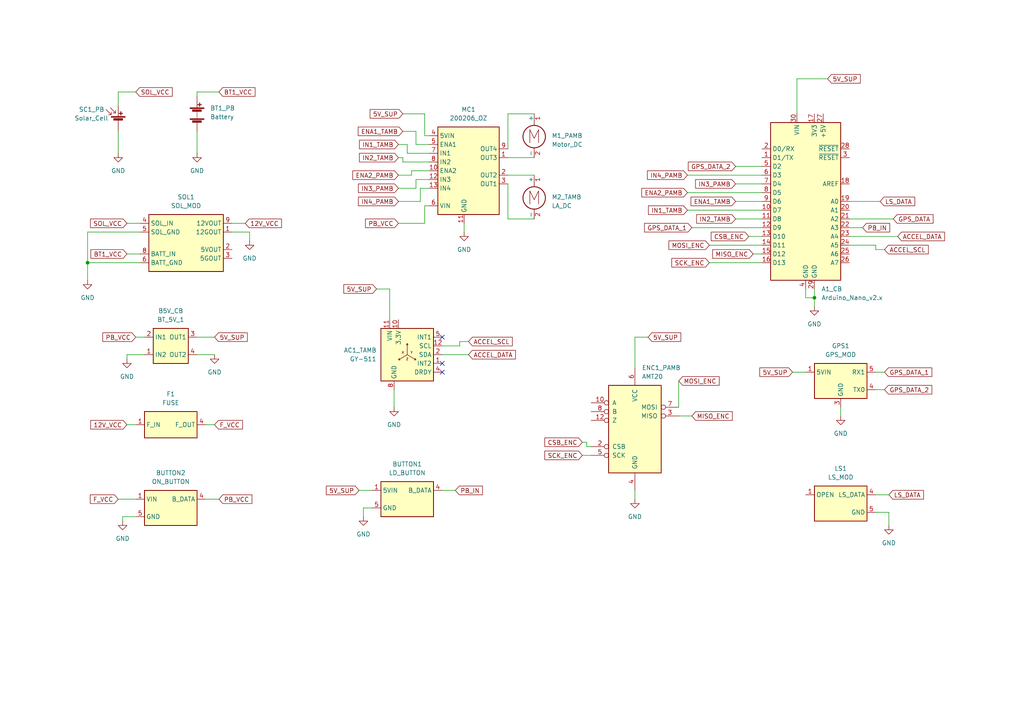
<source format=kicad_sch>
(kicad_sch (version 20211123) (generator eeschema)

  (uuid e63e39d7-6ac0-4ffd-8aa3-1841a4541b55)

  (paper "A4")

  (lib_symbols
    (symbol "74xx:AMT20" (pin_names (offset 1.016)) (in_bom yes) (on_board yes)
      (property "Reference" "U" (id 0) (at -7.62 13.97 0)
        (effects (font (size 1.27 1.27)))
      )
      (property "Value" "AMT20" (id 1) (at -7.62 -13.97 0)
        (effects (font (size 1.27 1.27)))
      )
      (property "Footprint" "" (id 2) (at 0 0 0)
        (effects (font (size 1.27 1.27)) hide)
      )
      (property "Datasheet" "http://www.ti.com/lit/gpn/sn74LS147" (id 3) (at 0 31.75 0)
        (effects (font (size 1.27 1.27)) hide)
      )
      (property "ki_locked" "" (id 4) (at 0 0 0)
        (effects (font (size 1.27 1.27)))
      )
      (property "ki_keywords" "TTL ENCOD" (id 5) (at 0 0 0)
        (effects (font (size 1.27 1.27)) hide)
      )
      (property "ki_description" "Priority Encoder, 10 to 4" (id 6) (at 0 0 0)
        (effects (font (size 1.27 1.27)) hide)
      )
      (property "ki_fp_filters" "DIP?16*" (id 7) (at 0 0 0)
        (effects (font (size 1.27 1.27)) hide)
      )
      (symbol "AMT20_1_0"
        (pin input inverted (at -12.7 7.62 0) (length 5.08)
          (name "A" (effects (font (size 1.27 1.27))))
          (number "10" (effects (font (size 1.27 1.27))))
        )
        (pin input inverted (at -12.7 2.54 0) (length 5.08)
          (name "Z" (effects (font (size 1.27 1.27))))
          (number "12" (effects (font (size 1.27 1.27))))
        )
        (pin input inverted (at -12.7 -5.08 0) (length 5.08)
          (name "CSB" (effects (font (size 1.27 1.27))))
          (number "2" (effects (font (size 1.27 1.27))))
        )
        (pin input inverted (at 12.7 3.81 180) (length 5.08)
          (name "MISO" (effects (font (size 1.27 1.27))))
          (number "3" (effects (font (size 1.27 1.27))))
        )
        (pin power_in line (at 0 -17.78 90) (length 5.08)
          (name "GND" (effects (font (size 1.27 1.27))))
          (number "4" (effects (font (size 1.27 1.27))))
        )
        (pin input inverted (at -12.7 -7.62 0) (length 5.08)
          (name "SCK" (effects (font (size 1.27 1.27))))
          (number "5" (effects (font (size 1.27 1.27))))
        )
        (pin power_in line (at 0 17.78 270) (length 5.08)
          (name "VCC" (effects (font (size 1.27 1.27))))
          (number "6" (effects (font (size 1.27 1.27))))
        )
        (pin output inverted (at 12.7 6.35 180) (length 5.08)
          (name "MOSI" (effects (font (size 1.27 1.27))))
          (number "7" (effects (font (size 1.27 1.27))))
        )
        (pin input inverted (at -12.7 5.08 0) (length 5.08)
          (name "B" (effects (font (size 1.27 1.27))))
          (number "8" (effects (font (size 1.27 1.27))))
        )
      )
      (symbol "AMT20_1_1"
        (rectangle (start -7.62 12.7) (end 7.62 -12.7)
          (stroke (width 0.254) (type default) (color 0 0 0 0))
          (fill (type background))
        )
      )
    )
    (symbol "Capstone_Library:FUSE" (in_bom yes) (on_board yes)
      (property "Reference" "F" (id 0) (at 0 8.89 0)
        (effects (font (size 1.27 1.27)))
      )
      (property "Value" "FUSE" (id 1) (at 0 6.35 0)
        (effects (font (size 1.27 1.27)))
      )
      (property "Footprint" "" (id 2) (at 0 0 0)
        (effects (font (size 1.27 1.27)) hide)
      )
      (property "Datasheet" "" (id 3) (at 0 0 0)
        (effects (font (size 1.27 1.27)) hide)
      )
      (symbol "FUSE_0_1"
        (rectangle (start -7.62 3.81) (end 7.62 -3.81)
          (stroke (width 0.254) (type default) (color 0 0 0 0))
          (fill (type background))
        )
      )
      (symbol "FUSE_1_1"
        (pin power_in line (at -10.16 0 0) (length 2.54)
          (name "F_IN" (effects (font (size 1.27 1.27))))
          (number "1" (effects (font (size 1.27 1.27))))
        )
        (pin power_out line (at 10.16 0 180) (length 2.54)
          (name "F_OUT" (effects (font (size 1.27 1.27))))
          (number "4" (effects (font (size 1.27 1.27))))
        )
      )
    )
    (symbol "Capstone_Library:GPS_MOD" (in_bom yes) (on_board yes)
      (property "Reference" "GPS1" (id 0) (at 0 11.43 0)
        (effects (font (size 1.27 1.27)))
      )
      (property "Value" "GPS_MOD" (id 1) (at 0 8.89 0)
        (effects (font (size 1.27 1.27)))
      )
      (property "Footprint" "" (id 2) (at 0 11.43 0)
        (effects (font (size 1.27 1.27)) hide)
      )
      (property "Datasheet" "" (id 3) (at 0 11.43 0)
        (effects (font (size 1.27 1.27)) hide)
      )
      (symbol "GPS_MOD_0_1"
        (rectangle (start -7.62 6.35) (end 7.62 -3.81)
          (stroke (width 0.254) (type default) (color 0 0 0 0))
          (fill (type background))
        )
      )
      (symbol "GPS_MOD_1_1"
        (pin power_in line (at -10.16 3.81 0) (length 2.54)
          (name "5VIN" (effects (font (size 1.27 1.27))))
          (number "1" (effects (font (size 1.27 1.27))))
        )
        (pin power_in line (at 0 -6.35 90) (length 2.54)
          (name "GND" (effects (font (size 1.27 1.27))))
          (number "3" (effects (font (size 1.27 1.27))))
        )
        (pin output line (at 10.16 -1.27 180) (length 2.54)
          (name "TX0" (effects (font (size 1.27 1.27))))
          (number "4" (effects (font (size 1.27 1.27))))
        )
        (pin output line (at 10.16 3.81 180) (length 2.54)
          (name "RX1" (effects (font (size 1.27 1.27))))
          (number "5" (effects (font (size 1.27 1.27))))
        )
      )
    )
    (symbol "Capstone_Library:LD_BUTTON" (in_bom yes) (on_board yes)
      (property "Reference" "BUTTON" (id 0) (at 0 11.43 0)
        (effects (font (size 1.27 1.27)))
      )
      (property "Value" "LD_BUTTON" (id 1) (at 0 8.89 0)
        (effects (font (size 1.27 1.27)))
      )
      (property "Footprint" "" (id 2) (at 0 0 0)
        (effects (font (size 1.27 1.27)) hide)
      )
      (property "Datasheet" "" (id 3) (at 0 0 0)
        (effects (font (size 1.27 1.27)) hide)
      )
      (symbol "LD_BUTTON_0_1"
        (rectangle (start -7.62 5.08) (end 7.62 -5.08)
          (stroke (width 0.254) (type default) (color 0 0 0 0))
          (fill (type background))
        )
      )
      (symbol "LD_BUTTON_1_1"
        (pin power_in line (at -10.16 2.54 0) (length 2.54)
          (name "5VIN" (effects (font (size 1.27 1.27))))
          (number "1" (effects (font (size 1.27 1.27))))
        )
        (pin output line (at 10.16 2.54 180) (length 2.54)
          (name "B_DATA" (effects (font (size 1.27 1.27))))
          (number "4" (effects (font (size 1.27 1.27))))
        )
        (pin output line (at -10.16 -2.54 0) (length 2.54)
          (name "GND" (effects (font (size 1.27 1.27))))
          (number "5" (effects (font (size 1.27 1.27))))
        )
      )
    )
    (symbol "Capstone_Library:LS_MOD" (in_bom yes) (on_board yes)
      (property "Reference" "LS" (id 0) (at 0 10.16 0)
        (effects (font (size 1.27 1.27)))
      )
      (property "Value" "LS_MOD" (id 1) (at 0 7.62 0)
        (effects (font (size 1.27 1.27)))
      )
      (property "Footprint" "" (id 2) (at -1.27 2.54 0)
        (effects (font (size 1.27 1.27)) hide)
      )
      (property "Datasheet" "" (id 3) (at -1.27 2.54 0)
        (effects (font (size 1.27 1.27)) hide)
      )
      (symbol "LS_MOD_0_1"
        (rectangle (start -7.62 5.08) (end 7.62 -5.08)
          (stroke (width 0.254) (type default) (color 0 0 0 0))
          (fill (type background))
        )
      )
      (symbol "LS_MOD_1_1"
        (pin power_in line (at -10.16 2.54 0) (length 2.54)
          (name "OPEN" (effects (font (size 1.27 1.27))))
          (number "1" (effects (font (size 1.27 1.27))))
        )
        (pin output line (at 10.16 2.54 180) (length 2.54)
          (name "LS_DATA" (effects (font (size 1.27 1.27))))
          (number "4" (effects (font (size 1.27 1.27))))
        )
        (pin output line (at 10.16 -2.54 180) (length 2.54)
          (name "GND" (effects (font (size 1.27 1.27))))
          (number "5" (effects (font (size 1.27 1.27))))
        )
      )
    )
    (symbol "Capstone_Library:MC_MOD" (in_bom yes) (on_board yes)
      (property "Reference" "U" (id 0) (at 0 19.05 0)
        (effects (font (size 1.27 1.27)))
      )
      (property "Value" "MC_MOD" (id 1) (at 0 16.51 0)
        (effects (font (size 1.27 1.27)))
      )
      (property "Footprint" "" (id 2) (at -6.35 8.89 0)
        (effects (font (size 1.27 1.27)) hide)
      )
      (property "Datasheet" "" (id 3) (at -6.35 8.89 0)
        (effects (font (size 1.27 1.27)) hide)
      )
      (symbol "MC_MOD_0_0"
        (text "" (at -7.62 2.54 0)
          (effects (font (size 1.27 1.27)))
        )
        (pin power_in line (at 12.7 3.81 180) (length 2.54)
          (name "OUT3" (effects (font (size 1.27 1.27))))
          (number "1" (effects (font (size 1.27 1.27))))
        )
        (pin input line (at -10.16 0 0) (length 2.54)
          (name "ENA2" (effects (font (size 1.27 1.27))))
          (number "10" (effects (font (size 1.27 1.27))))
        )
        (pin power_in line (at 0 -15.24 90) (length 2.54)
          (name "GND" (effects (font (size 1.27 1.27))))
          (number "11" (effects (font (size 1.27 1.27))))
        )
        (pin input line (at -10.16 -2.54 0) (length 2.54)
          (name "IN3" (effects (font (size 1.27 1.27))))
          (number "12" (effects (font (size 1.27 1.27))))
        )
        (pin input line (at -10.16 -5.08 0) (length 2.54)
          (name "IN4" (effects (font (size 1.27 1.27))))
          (number "13" (effects (font (size 1.27 1.27))))
        )
        (pin power_out line (at 12.7 -1.27 180) (length 2.54)
          (name "OUT2" (effects (font (size 1.27 1.27))))
          (number "2" (effects (font (size 1.27 1.27))))
        )
        (pin power_in line (at 12.7 -3.81 180) (length 2.54)
          (name "OUT1" (effects (font (size 1.27 1.27))))
          (number "3" (effects (font (size 1.27 1.27))))
        )
        (pin power_in line (at -10.16 10.16 0) (length 2.54)
          (name "5VIN" (effects (font (size 1.27 1.27))))
          (number "4" (effects (font (size 1.27 1.27))))
        )
        (pin input line (at -10.16 7.62 0) (length 2.54)
          (name "ENA1" (effects (font (size 1.27 1.27))))
          (number "5" (effects (font (size 1.27 1.27))))
        )
        (pin power_in line (at -10.16 -10.16 0) (length 2.54)
          (name "VIN" (effects (font (size 1.27 1.27))))
          (number "6" (effects (font (size 1.27 1.27))))
        )
        (pin input line (at -10.16 5.08 0) (length 2.54)
          (name "IN1" (effects (font (size 1.27 1.27))))
          (number "7" (effects (font (size 1.27 1.27))))
        )
        (pin input line (at -10.16 2.54 0) (length 2.54)
          (name "IN2" (effects (font (size 1.27 1.27))))
          (number "8" (effects (font (size 1.27 1.27))))
        )
        (pin power_out line (at 12.7 6.35 180) (length 2.54)
          (name "OUT4" (effects (font (size 1.27 1.27))))
          (number "9" (effects (font (size 1.27 1.27))))
        )
      )
      (symbol "MC_MOD_0_1"
        (rectangle (start -7.62 12.7) (end 10.16 -12.7)
          (stroke (width 0.254) (type default) (color 0 0 0 0))
          (fill (type background))
        )
      )
    )
    (symbol "Capstone_Library:SOL_MOD" (in_bom yes) (on_board yes)
      (property "Reference" "SOL" (id 0) (at 0 15.24 0)
        (effects (font (size 1.27 1.27)))
      )
      (property "Value" "SOL_MOD" (id 1) (at 0 12.7 0)
        (effects (font (size 1.27 1.27)))
      )
      (property "Footprint" "" (id 2) (at 0 16.51 0)
        (effects (font (size 1.27 1.27)) hide)
      )
      (property "Datasheet" "" (id 3) (at 0 16.51 0)
        (effects (font (size 1.27 1.27)) hide)
      )
      (symbol "SOL_MOD_0_0"
        (text "" (at -10.16 3.81 0)
          (effects (font (size 1.27 1.27)))
        )
        (pin power_in line (at 13.97 5.08 180) (length 2.54)
          (name "12GOUT" (effects (font (size 1.27 1.27))))
          (number "1" (effects (font (size 1.27 1.27))))
        )
        (pin power_out line (at 13.97 0 180) (length 2.54)
          (name "5VOUT" (effects (font (size 1.27 1.27))))
          (number "2" (effects (font (size 1.27 1.27))))
        )
        (pin power_in line (at 13.97 -2.54 180) (length 2.54)
          (name "5GOUT" (effects (font (size 1.27 1.27))))
          (number "3" (effects (font (size 1.27 1.27))))
        )
        (pin power_in line (at -12.7 7.62 0) (length 2.54)
          (name "SOL_IN" (effects (font (size 1.27 1.27))))
          (number "4" (effects (font (size 1.27 1.27))))
        )
        (pin power_in line (at -12.7 5.08 0) (length 2.54)
          (name "SOL_GND" (effects (font (size 1.27 1.27))))
          (number "5" (effects (font (size 1.27 1.27))))
        )
        (pin power_in line (at -12.7 -3.81 0) (length 2.54)
          (name "BATT_GND" (effects (font (size 1.27 1.27))))
          (number "6" (effects (font (size 1.27 1.27))))
        )
        (pin power_in line (at -12.7 -1.27 0) (length 2.54)
          (name "BATT_IN" (effects (font (size 1.27 1.27))))
          (number "8" (effects (font (size 1.27 1.27))))
        )
        (pin power_out line (at 13.97 7.62 180) (length 2.54)
          (name "12VOUT" (effects (font (size 1.27 1.27))))
          (number "9" (effects (font (size 1.27 1.27))))
        )
      )
      (symbol "SOL_MOD_0_1"
        (rectangle (start -10.16 10.16) (end 11.43 -6.35)
          (stroke (width 0.254) (type default) (color 0 0 0 0))
          (fill (type background))
        )
      )
    )
    (symbol "Device:Battery" (pin_numbers hide) (pin_names (offset 0) hide) (in_bom yes) (on_board yes)
      (property "Reference" "BT" (id 0) (at 2.54 2.54 0)
        (effects (font (size 1.27 1.27)) (justify left))
      )
      (property "Value" "Battery" (id 1) (at 2.54 0 0)
        (effects (font (size 1.27 1.27)) (justify left))
      )
      (property "Footprint" "" (id 2) (at 0 1.524 90)
        (effects (font (size 1.27 1.27)) hide)
      )
      (property "Datasheet" "~" (id 3) (at 0 1.524 90)
        (effects (font (size 1.27 1.27)) hide)
      )
      (property "ki_keywords" "batt voltage-source cell" (id 4) (at 0 0 0)
        (effects (font (size 1.27 1.27)) hide)
      )
      (property "ki_description" "Multiple-cell battery" (id 5) (at 0 0 0)
        (effects (font (size 1.27 1.27)) hide)
      )
      (symbol "Battery_0_1"
        (rectangle (start -2.032 -1.397) (end 2.032 -1.651)
          (stroke (width 0) (type default) (color 0 0 0 0))
          (fill (type outline))
        )
        (rectangle (start -2.032 1.778) (end 2.032 1.524)
          (stroke (width 0) (type default) (color 0 0 0 0))
          (fill (type outline))
        )
        (rectangle (start -1.3208 -1.9812) (end 1.27 -2.4892)
          (stroke (width 0) (type default) (color 0 0 0 0))
          (fill (type outline))
        )
        (rectangle (start -1.3208 1.1938) (end 1.27 0.6858)
          (stroke (width 0) (type default) (color 0 0 0 0))
          (fill (type outline))
        )
        (polyline
          (pts
            (xy 0 -1.524)
            (xy 0 -1.27)
          )
          (stroke (width 0) (type default) (color 0 0 0 0))
          (fill (type none))
        )
        (polyline
          (pts
            (xy 0 -1.016)
            (xy 0 -0.762)
          )
          (stroke (width 0) (type default) (color 0 0 0 0))
          (fill (type none))
        )
        (polyline
          (pts
            (xy 0 -0.508)
            (xy 0 -0.254)
          )
          (stroke (width 0) (type default) (color 0 0 0 0))
          (fill (type none))
        )
        (polyline
          (pts
            (xy 0 0)
            (xy 0 0.254)
          )
          (stroke (width 0) (type default) (color 0 0 0 0))
          (fill (type none))
        )
        (polyline
          (pts
            (xy 0 0.508)
            (xy 0 0.762)
          )
          (stroke (width 0) (type default) (color 0 0 0 0))
          (fill (type none))
        )
        (polyline
          (pts
            (xy 0 1.778)
            (xy 0 2.54)
          )
          (stroke (width 0) (type default) (color 0 0 0 0))
          (fill (type none))
        )
        (polyline
          (pts
            (xy 0.254 2.667)
            (xy 1.27 2.667)
          )
          (stroke (width 0.254) (type default) (color 0 0 0 0))
          (fill (type none))
        )
        (polyline
          (pts
            (xy 0.762 3.175)
            (xy 0.762 2.159)
          )
          (stroke (width 0.254) (type default) (color 0 0 0 0))
          (fill (type none))
        )
      )
      (symbol "Battery_1_1"
        (pin passive line (at 0 5.08 270) (length 2.54)
          (name "+" (effects (font (size 1.27 1.27))))
          (number "1" (effects (font (size 1.27 1.27))))
        )
        (pin passive line (at 0 -5.08 90) (length 2.54)
          (name "-" (effects (font (size 1.27 1.27))))
          (number "2" (effects (font (size 1.27 1.27))))
        )
      )
    )
    (symbol "Device:Solar_Cell" (pin_numbers hide) (pin_names (offset 0) hide) (in_bom yes) (on_board yes)
      (property "Reference" "SC" (id 0) (at 2.54 2.54 0)
        (effects (font (size 1.27 1.27)) (justify left))
      )
      (property "Value" "Solar_Cell" (id 1) (at 2.54 0 0)
        (effects (font (size 1.27 1.27)) (justify left))
      )
      (property "Footprint" "" (id 2) (at 0 1.524 90)
        (effects (font (size 1.27 1.27)) hide)
      )
      (property "Datasheet" "~" (id 3) (at 0 1.524 90)
        (effects (font (size 1.27 1.27)) hide)
      )
      (property "ki_keywords" "solar cell" (id 4) (at 0 0 0)
        (effects (font (size 1.27 1.27)) hide)
      )
      (property "ki_description" "Single solar cell" (id 5) (at 0 0 0)
        (effects (font (size 1.27 1.27)) hide)
      )
      (symbol "Solar_Cell_0_1"
        (rectangle (start -2.032 1.778) (end 2.032 1.524)
          (stroke (width 0) (type default) (color 0 0 0 0))
          (fill (type outline))
        )
        (rectangle (start -1.3208 1.1938) (end 1.27 0.6858)
          (stroke (width 0) (type default) (color 0 0 0 0))
          (fill (type outline))
        )
        (polyline
          (pts
            (xy -2.032 2.286)
            (xy -3.556 3.81)
          )
          (stroke (width 0) (type default) (color 0 0 0 0))
          (fill (type none))
        )
        (polyline
          (pts
            (xy -0.762 2.794)
            (xy -2.286 4.318)
          )
          (stroke (width 0) (type default) (color 0 0 0 0))
          (fill (type none))
        )
        (polyline
          (pts
            (xy 0 0.762)
            (xy 0 0)
          )
          (stroke (width 0) (type default) (color 0 0 0 0))
          (fill (type none))
        )
        (polyline
          (pts
            (xy 0 1.778)
            (xy 0 2.54)
          )
          (stroke (width 0) (type default) (color 0 0 0 0))
          (fill (type none))
        )
        (polyline
          (pts
            (xy 0.254 2.667)
            (xy 1.27 2.667)
          )
          (stroke (width 0.254) (type default) (color 0 0 0 0))
          (fill (type none))
        )
        (polyline
          (pts
            (xy 0.762 3.175)
            (xy 0.762 2.159)
          )
          (stroke (width 0.254) (type default) (color 0 0 0 0))
          (fill (type none))
        )
        (polyline
          (pts
            (xy -2.032 3.048)
            (xy -2.032 2.286)
            (xy -2.794 2.286)
          )
          (stroke (width 0) (type default) (color 0 0 0 0))
          (fill (type none))
        )
        (polyline
          (pts
            (xy -0.762 3.556)
            (xy -0.762 2.794)
            (xy -1.524 2.794)
          )
          (stroke (width 0) (type default) (color 0 0 0 0))
          (fill (type none))
        )
      )
      (symbol "Solar_Cell_1_1"
        (pin passive line (at 0 5.08 270) (length 2.54)
          (name "+" (effects (font (size 1.27 1.27))))
          (number "1" (effects (font (size 1.27 1.27))))
        )
        (pin passive line (at 0 -2.54 90) (length 2.54)
          (name "-" (effects (font (size 1.27 1.27))))
          (number "2" (effects (font (size 1.27 1.27))))
        )
      )
    )
    (symbol "LD_BUTTON_1" (in_bom yes) (on_board yes)
      (property "Reference" "BUTTON" (id 0) (at 0 11.43 0)
        (effects (font (size 1.27 1.27)))
      )
      (property "Value" "LD_BUTTON_1" (id 1) (at 0 8.89 0)
        (effects (font (size 1.27 1.27)))
      )
      (property "Footprint" "" (id 2) (at 0 0 0)
        (effects (font (size 1.27 1.27)) hide)
      )
      (property "Datasheet" "" (id 3) (at 0 0 0)
        (effects (font (size 1.27 1.27)) hide)
      )
      (symbol "LD_BUTTON_1_0_1"
        (rectangle (start -7.62 5.08) (end 7.62 -5.08)
          (stroke (width 0.254) (type default) (color 0 0 0 0))
          (fill (type background))
        )
      )
      (symbol "LD_BUTTON_1_1_1"
        (pin power_in line (at -10.16 2.54 0) (length 2.54)
          (name "VIN" (effects (font (size 1.27 1.27))))
          (number "1" (effects (font (size 1.27 1.27))))
        )
        (pin output line (at 10.16 2.54 180) (length 2.54)
          (name "B_DATA" (effects (font (size 1.27 1.27))))
          (number "4" (effects (font (size 1.27 1.27))))
        )
        (pin output line (at -10.16 -2.54 0) (length 2.54)
          (name "GND" (effects (font (size 1.27 1.27))))
          (number "5" (effects (font (size 1.27 1.27))))
        )
      )
    )
    (symbol "MCU_Module:Arduino_Nano_v2.x" (in_bom yes) (on_board yes)
      (property "Reference" "A" (id 0) (at -10.16 23.495 0)
        (effects (font (size 1.27 1.27)) (justify left bottom))
      )
      (property "Value" "Arduino_Nano_v2.x" (id 1) (at 5.08 -24.13 0)
        (effects (font (size 1.27 1.27)) (justify left top))
      )
      (property "Footprint" "Module:Arduino_Nano" (id 2) (at 0 0 0)
        (effects (font (size 1.27 1.27) italic) hide)
      )
      (property "Datasheet" "https://www.arduino.cc/en/uploads/Main/ArduinoNanoManual23.pdf" (id 3) (at 0 0 0)
        (effects (font (size 1.27 1.27)) hide)
      )
      (property "ki_keywords" "Arduino nano microcontroller module USB" (id 4) (at 0 0 0)
        (effects (font (size 1.27 1.27)) hide)
      )
      (property "ki_description" "Arduino Nano v2.x" (id 5) (at 0 0 0)
        (effects (font (size 1.27 1.27)) hide)
      )
      (property "ki_fp_filters" "Arduino*Nano*" (id 6) (at 0 0 0)
        (effects (font (size 1.27 1.27)) hide)
      )
      (symbol "Arduino_Nano_v2.x_0_1"
        (rectangle (start -10.16 22.86) (end 10.16 -22.86)
          (stroke (width 0.254) (type default) (color 0 0 0 0))
          (fill (type background))
        )
      )
      (symbol "Arduino_Nano_v2.x_1_1"
        (pin bidirectional line (at -12.7 12.7 0) (length 2.54)
          (name "D1/TX" (effects (font (size 1.27 1.27))))
          (number "1" (effects (font (size 1.27 1.27))))
        )
        (pin bidirectional line (at -12.7 -2.54 0) (length 2.54)
          (name "D7" (effects (font (size 1.27 1.27))))
          (number "10" (effects (font (size 1.27 1.27))))
        )
        (pin bidirectional line (at -12.7 -5.08 0) (length 2.54)
          (name "D8" (effects (font (size 1.27 1.27))))
          (number "11" (effects (font (size 1.27 1.27))))
        )
        (pin bidirectional line (at -12.7 -7.62 0) (length 2.54)
          (name "D9" (effects (font (size 1.27 1.27))))
          (number "12" (effects (font (size 1.27 1.27))))
        )
        (pin bidirectional line (at -12.7 -10.16 0) (length 2.54)
          (name "D10" (effects (font (size 1.27 1.27))))
          (number "13" (effects (font (size 1.27 1.27))))
        )
        (pin bidirectional line (at -12.7 -12.7 0) (length 2.54)
          (name "D11" (effects (font (size 1.27 1.27))))
          (number "14" (effects (font (size 1.27 1.27))))
        )
        (pin bidirectional line (at -12.7 -15.24 0) (length 2.54)
          (name "D12" (effects (font (size 1.27 1.27))))
          (number "15" (effects (font (size 1.27 1.27))))
        )
        (pin bidirectional line (at -12.7 -17.78 0) (length 2.54)
          (name "D13" (effects (font (size 1.27 1.27))))
          (number "16" (effects (font (size 1.27 1.27))))
        )
        (pin power_out line (at 2.54 25.4 270) (length 2.54)
          (name "3V3" (effects (font (size 1.27 1.27))))
          (number "17" (effects (font (size 1.27 1.27))))
        )
        (pin input line (at 12.7 5.08 180) (length 2.54)
          (name "AREF" (effects (font (size 1.27 1.27))))
          (number "18" (effects (font (size 1.27 1.27))))
        )
        (pin bidirectional line (at 12.7 0 180) (length 2.54)
          (name "A0" (effects (font (size 1.27 1.27))))
          (number "19" (effects (font (size 1.27 1.27))))
        )
        (pin bidirectional line (at -12.7 15.24 0) (length 2.54)
          (name "D0/RX" (effects (font (size 1.27 1.27))))
          (number "2" (effects (font (size 1.27 1.27))))
        )
        (pin bidirectional line (at 12.7 -2.54 180) (length 2.54)
          (name "A1" (effects (font (size 1.27 1.27))))
          (number "20" (effects (font (size 1.27 1.27))))
        )
        (pin bidirectional line (at 12.7 -5.08 180) (length 2.54)
          (name "A2" (effects (font (size 1.27 1.27))))
          (number "21" (effects (font (size 1.27 1.27))))
        )
        (pin bidirectional line (at 12.7 -7.62 180) (length 2.54)
          (name "A3" (effects (font (size 1.27 1.27))))
          (number "22" (effects (font (size 1.27 1.27))))
        )
        (pin bidirectional line (at 12.7 -10.16 180) (length 2.54)
          (name "A4" (effects (font (size 1.27 1.27))))
          (number "23" (effects (font (size 1.27 1.27))))
        )
        (pin bidirectional line (at 12.7 -12.7 180) (length 2.54)
          (name "A5" (effects (font (size 1.27 1.27))))
          (number "24" (effects (font (size 1.27 1.27))))
        )
        (pin bidirectional line (at 12.7 -15.24 180) (length 2.54)
          (name "A6" (effects (font (size 1.27 1.27))))
          (number "25" (effects (font (size 1.27 1.27))))
        )
        (pin bidirectional line (at 12.7 -17.78 180) (length 2.54)
          (name "A7" (effects (font (size 1.27 1.27))))
          (number "26" (effects (font (size 1.27 1.27))))
        )
        (pin power_out line (at 5.08 25.4 270) (length 2.54)
          (name "+5V" (effects (font (size 1.27 1.27))))
          (number "27" (effects (font (size 1.27 1.27))))
        )
        (pin input line (at 12.7 15.24 180) (length 2.54)
          (name "~{RESET}" (effects (font (size 1.27 1.27))))
          (number "28" (effects (font (size 1.27 1.27))))
        )
        (pin power_in line (at 2.54 -25.4 90) (length 2.54)
          (name "GND" (effects (font (size 1.27 1.27))))
          (number "29" (effects (font (size 1.27 1.27))))
        )
        (pin input line (at 12.7 12.7 180) (length 2.54)
          (name "~{RESET}" (effects (font (size 1.27 1.27))))
          (number "3" (effects (font (size 1.27 1.27))))
        )
        (pin power_in line (at -2.54 25.4 270) (length 2.54)
          (name "VIN" (effects (font (size 1.27 1.27))))
          (number "30" (effects (font (size 1.27 1.27))))
        )
        (pin power_in line (at 0 -25.4 90) (length 2.54)
          (name "GND" (effects (font (size 1.27 1.27))))
          (number "4" (effects (font (size 1.27 1.27))))
        )
        (pin bidirectional line (at -12.7 10.16 0) (length 2.54)
          (name "D2" (effects (font (size 1.27 1.27))))
          (number "5" (effects (font (size 1.27 1.27))))
        )
        (pin bidirectional line (at -12.7 7.62 0) (length 2.54)
          (name "D3" (effects (font (size 1.27 1.27))))
          (number "6" (effects (font (size 1.27 1.27))))
        )
        (pin bidirectional line (at -12.7 5.08 0) (length 2.54)
          (name "D4" (effects (font (size 1.27 1.27))))
          (number "7" (effects (font (size 1.27 1.27))))
        )
        (pin bidirectional line (at -12.7 2.54 0) (length 2.54)
          (name "D5" (effects (font (size 1.27 1.27))))
          (number "8" (effects (font (size 1.27 1.27))))
        )
        (pin bidirectional line (at -12.7 0 0) (length 2.54)
          (name "D6" (effects (font (size 1.27 1.27))))
          (number "9" (effects (font (size 1.27 1.27))))
        )
      )
    )
    (symbol "Motor:Motor_DC" (pin_names (offset 0)) (in_bom yes) (on_board yes)
      (property "Reference" "M1_PAMB" (id 0) (at 2.54 2.54 0)
        (effects (font (size 1.27 1.27)) (justify left))
      )
      (property "Value" "Motor_DC" (id 1) (at 2.54 -5.08 0)
        (effects (font (size 1.27 1.27)) (justify left top))
      )
      (property "Footprint" "" (id 2) (at 0 -2.286 0)
        (effects (font (size 1.27 1.27)) hide)
      )
      (property "Datasheet" "~" (id 3) (at 0 -2.286 0)
        (effects (font (size 1.27 1.27)) hide)
      )
      (property "ki_keywords" "DC Motor" (id 4) (at 0 0 0)
        (effects (font (size 1.27 1.27)) hide)
      )
      (property "ki_description" "DC Motor" (id 5) (at 0 0 0)
        (effects (font (size 1.27 1.27)) hide)
      )
      (property "ki_fp_filters" "PinHeader*P2.54mm* TerminalBlock*" (id 6) (at 0 0 0)
        (effects (font (size 1.27 1.27)) hide)
      )
      (symbol "Motor_DC_0_0"
        (polyline
          (pts
            (xy -1.27 -3.302)
            (xy -1.27 0.508)
            (xy 0 -2.032)
            (xy 1.27 0.508)
            (xy 1.27 -3.302)
          )
          (stroke (width 0) (type default) (color 0 0 0 0))
          (fill (type none))
        )
      )
      (symbol "Motor_DC_0_1"
        (circle (center 0 -1.524) (radius 3.2512)
          (stroke (width 0.254) (type default) (color 0 0 0 0))
          (fill (type none))
        )
        (polyline
          (pts
            (xy 0 -7.62)
            (xy 0 -7.112)
          )
          (stroke (width 0) (type default) (color 0 0 0 0))
          (fill (type none))
        )
        (polyline
          (pts
            (xy 0 -4.7752)
            (xy 0 -5.1816)
          )
          (stroke (width 0) (type default) (color 0 0 0 0))
          (fill (type none))
        )
        (polyline
          (pts
            (xy 0 1.7272)
            (xy 0 2.0828)
          )
          (stroke (width 0) (type default) (color 0 0 0 0))
          (fill (type none))
        )
        (polyline
          (pts
            (xy 0 2.032)
            (xy 0 2.54)
          )
          (stroke (width 0) (type default) (color 0 0 0 0))
          (fill (type none))
        )
      )
      (symbol "Motor_DC_1_1"
        (pin passive line (at 0 5.08 270) (length 2.54)
          (name "+" (effects (font (size 1.27 1.27))))
          (number "1" (effects (font (size 1.27 1.27))))
        )
        (pin passive line (at 0 -7.62 90) (length 2.54)
          (name "-" (effects (font (size 1.27 1.27))))
          (number "2" (effects (font (size 1.27 1.27))))
        )
      )
    )
    (symbol "Power_Management:BT_5V_1" (in_bom yes) (on_board yes)
      (property "Reference" "B5V_CB" (id 0) (at -5.08 6.35 0)
        (effects (font (size 1.27 1.27)))
      )
      (property "Value" "BT_5V_1" (id 1) (at 8.89 6.35 0)
        (effects (font (size 1.27 1.27)))
      )
      (property "Footprint" "Package_SO:Infineon_PG-DSO-8-43" (id 2) (at -20.32 -8.89 0)
        (effects (font (size 1.27 1.27)) hide)
      )
      (property "Datasheet" "http://www.infineon.com/dgdl/Infineon-BTS40K2-1EJC-DS-v01_00-EN.pdf?fileId=5546d462518ffd85015254ee4e601f99" (id 3) (at 0 -10.16 0)
        (effects (font (size 1.27 1.27)) hide)
      )
      (property "ki_keywords" "infineon power switch" (id 4) (at 0 0 0)
        (effects (font (size 1.27 1.27)) hide)
      )
      (property "ki_description" "Smart High-Side Power Switch, PROFET, Single, 200mOhm, 1.5A, 36V, DSO-8" (id 5) (at 0 0 0)
        (effects (font (size 1.27 1.27)) hide)
      )
      (property "ki_fp_filters" "Infineon*PG*DSO*43*" (id 6) (at 0 0 0)
        (effects (font (size 1.27 1.27)) hide)
      )
      (symbol "BT_5V_1_0_1"
        (rectangle (start -5.08 5.08) (end 5.08 -5.08)
          (stroke (width 0.254) (type default) (color 0 0 0 0))
          (fill (type background))
        )
      )
      (symbol "BT_5V_1_1_1"
        (pin input line (at -7.62 -2.54 0) (length 2.54)
          (name "IN2" (effects (font (size 1.27 1.27))))
          (number "1" (effects (font (size 1.27 1.27))))
        )
        (pin input line (at -7.62 2.54 0) (length 2.54)
          (name "IN1" (effects (font (size 1.27 1.27))))
          (number "2" (effects (font (size 1.27 1.27))))
        )
        (pin output line (at 7.62 2.54 180) (length 2.54)
          (name "OUT1" (effects (font (size 1.27 1.27))))
          (number "3" (effects (font (size 1.27 1.27))))
        )
        (pin power_in line (at 7.62 -2.54 180) (length 2.54)
          (name "OUT2" (effects (font (size 1.27 1.27))))
          (number "4" (effects (font (size 1.27 1.27))))
        )
      )
    )
    (symbol "Sensor_Motion:GY-511" (in_bom yes) (on_board yes)
      (property "Reference" "AC1_TAMB" (id 0) (at -1.27 11.43 0)
        (effects (font (size 1.27 1.27)) (justify left))
      )
      (property "Value" "GY-511" (id 1) (at -1.27 8.89 0)
        (effects (font (size 1.27 1.27)) (justify left))
      )
      (property "Footprint" "Package_LGA:Kionix_LGA-12_2x2mm_P0.5mm_LayoutBorder2x4y" (id 2) (at 0 0 0)
        (effects (font (size 1.27 1.27)) hide)
      )
      (property "Datasheet" "http://kionixfs.kionix.com/en/datasheet/KXTJ3-1057-Specifications-Rev-5.0.pdf" (id 3) (at -25.4 -12.7 0)
        (effects (font (size 1.27 1.27)) hide)
      )
      (property "ki_keywords" "accelerometer, tri-axis, i2c" (id 4) (at 0 0 0)
        (effects (font (size 1.27 1.27)) hide)
      )
      (property "ki_description" "±2g / 4g / 8g / 16g Tri-Axis Digital Accelerometer, I2C, 1.71-3.6V, LGA-12" (id 5) (at 0 0 0)
        (effects (font (size 1.27 1.27)) hide)
      )
      (property "ki_fp_filters" "Kionix*LGA-12*2x2mm*P0.5mm*" (id 6) (at 0 0 0)
        (effects (font (size 1.27 1.27)) hide)
      )
      (symbol "GY-511_0_0"
        (text "X" (at -1.27 0.635 0)
          (effects (font (size 0.635 0.635) bold))
        )
        (text "Y" (at 1.27 0.635 0)
          (effects (font (size 0.635 0.635) bold))
        )
        (text "Z" (at 0 -1.27 0)
          (effects (font (size 0.635 0.635) bold))
        )
      )
      (symbol "GY-511_0_1"
        (rectangle (start -7.62 7.62) (end 7.62 -7.62)
          (stroke (width 0.254) (type default) (color 0 0 0 0))
          (fill (type background))
        )
        (polyline
          (pts
            (xy 0 0)
            (xy 0 3.302)
            (xy 0.254 2.794)
            (xy 0 3.302)
            (xy -0.254 2.794)
            (xy 0 3.302)
            (xy 0 0)
            (xy 2.54 -1.524)
            (xy 2.286 -1.016)
            (xy 2.54 -1.524)
            (xy 2.032 -1.524)
            (xy 2.54 -1.524)
            (xy 0 0)
            (xy -2.54 -1.524)
            (xy -2.286 -1.016)
            (xy -2.54 -1.524)
            (xy -2.032 -1.524)
          )
          (stroke (width 0) (type default) (color 0 0 0 0))
          (fill (type none))
        )
      )
      (symbol "GY-511_1_1"
        (pin input line (at 10.16 -2.54 180) (length 2.54)
          (name "INT2" (effects (font (size 1.27 1.27))))
          (number "1" (effects (font (size 1.27 1.27))))
        )
        (pin power_out line (at -2.54 10.16 270) (length 2.54)
          (name "3.3V" (effects (font (size 1.27 1.27))))
          (number "10" (effects (font (size 1.27 1.27))))
        )
        (pin power_in line (at -5.08 10.16 270) (length 2.54)
          (name "VIN" (effects (font (size 1.27 1.27))))
          (number "11" (effects (font (size 1.27 1.27))))
        )
        (pin input line (at 10.16 2.54 180) (length 2.54)
          (name "SCL" (effects (font (size 1.27 1.27))))
          (number "12" (effects (font (size 1.27 1.27))))
        )
        (pin bidirectional line (at 10.16 0 180) (length 2.54)
          (name "SDA" (effects (font (size 1.27 1.27))))
          (number "2" (effects (font (size 1.27 1.27))))
        )
        (pin passive line (at -5.08 10.16 270) (length 2.54) hide
          (name "IO_VDD" (effects (font (size 1.27 1.27))))
          (number "3" (effects (font (size 1.27 1.27))))
        )
        (pin passive line (at 10.16 -5.08 180) (length 2.54)
          (name "DRDY" (effects (font (size 1.27 1.27))))
          (number "4" (effects (font (size 1.27 1.27))))
        )
        (pin output line (at 10.16 5.08 180) (length 2.54)
          (name "INT1" (effects (font (size 1.27 1.27))))
          (number "5" (effects (font (size 1.27 1.27))))
        )
        (pin passive line (at -2.54 10.16 270) (length 2.54) hide
          (name "VDD" (effects (font (size 1.27 1.27))))
          (number "7" (effects (font (size 1.27 1.27))))
        )
        (pin power_in line (at -3.81 -10.16 90) (length 2.54)
          (name "GND" (effects (font (size 1.27 1.27))))
          (number "8" (effects (font (size 1.27 1.27))))
        )
      )
    )
    (symbol "power:GND" (power) (pin_names (offset 0)) (in_bom yes) (on_board yes)
      (property "Reference" "#PWR" (id 0) (at 0 -6.35 0)
        (effects (font (size 1.27 1.27)) hide)
      )
      (property "Value" "GND" (id 1) (at 0 -3.81 0)
        (effects (font (size 1.27 1.27)))
      )
      (property "Footprint" "" (id 2) (at 0 0 0)
        (effects (font (size 1.27 1.27)) hide)
      )
      (property "Datasheet" "" (id 3) (at 0 0 0)
        (effects (font (size 1.27 1.27)) hide)
      )
      (property "ki_keywords" "power-flag" (id 4) (at 0 0 0)
        (effects (font (size 1.27 1.27)) hide)
      )
      (property "ki_description" "Power symbol creates a global label with name \"GND\" , ground" (id 5) (at 0 0 0)
        (effects (font (size 1.27 1.27)) hide)
      )
      (symbol "GND_0_1"
        (polyline
          (pts
            (xy 0 0)
            (xy 0 -1.27)
            (xy 1.27 -1.27)
            (xy 0 -2.54)
            (xy -1.27 -1.27)
            (xy 0 -1.27)
          )
          (stroke (width 0) (type default) (color 0 0 0 0))
          (fill (type none))
        )
      )
      (symbol "GND_1_1"
        (pin power_in line (at 0 0 270) (length 0) hide
          (name "GND" (effects (font (size 1.27 1.27))))
          (number "1" (effects (font (size 1.27 1.27))))
        )
      )
    )
  )

  (junction (at 236.22 86.36) (diameter 0) (color 0 0 0 0)
    (uuid 1e08d905-d120-40a6-98f0-75d56781aa6f)
  )
  (junction (at 25.4 76.2) (diameter 0) (color 0 0 0 0)
    (uuid b5d249d7-63e2-4489-b16c-c4ac4981bbdd)
  )

  (no_connect (at 128.27 97.79) (uuid 30101ae4-36f9-4d50-b63a-f663ee1192b9))
  (no_connect (at 128.27 107.95) (uuid 30101ae4-36f9-4d50-b63a-f663ee1192ba))
  (no_connect (at 128.27 105.41) (uuid 30101ae4-36f9-4d50-b63a-f663ee1192bb))

  (wire (pts (xy 128.27 102.87) (xy 135.89 102.87))
    (stroke (width 0) (type default) (color 0 0 0 0))
    (uuid 00c95536-97d3-47db-bc78-c9de8228d606)
  )
  (wire (pts (xy 123.19 64.77) (xy 123.19 59.69))
    (stroke (width 0) (type default) (color 0 0 0 0))
    (uuid 03c9ad74-82d8-44f1-ab1d-c95d13eaa489)
  )
  (wire (pts (xy 25.4 76.2) (xy 25.4 81.28))
    (stroke (width 0) (type default) (color 0 0 0 0))
    (uuid 073e160b-225f-4902-a4e5-f4238a6552b9)
  )
  (wire (pts (xy 246.38 63.5) (xy 259.08 63.5))
    (stroke (width 0) (type default) (color 0 0 0 0))
    (uuid 08c06389-e76b-4297-b78e-b7b817054955)
  )
  (wire (pts (xy 184.15 142.24) (xy 184.15 144.78))
    (stroke (width 0) (type default) (color 0 0 0 0))
    (uuid 0a34ad70-28ef-492f-876d-175354b105ad)
  )
  (wire (pts (xy 36.83 73.66) (xy 40.64 73.66))
    (stroke (width 0) (type default) (color 0 0 0 0))
    (uuid 14f9adad-174f-48eb-990d-fd35a4384789)
  )
  (wire (pts (xy 34.29 144.78) (xy 39.37 144.78))
    (stroke (width 0) (type default) (color 0 0 0 0))
    (uuid 163c01ca-3d22-4941-86de-9818b2ed843e)
  )
  (wire (pts (xy 67.31 67.31) (xy 72.39 67.31))
    (stroke (width 0) (type default) (color 0 0 0 0))
    (uuid 19603c54-51b8-4fd6-b54f-28e49c8b0c51)
  )
  (wire (pts (xy 254 107.95) (xy 256.54 107.95))
    (stroke (width 0) (type default) (color 0 0 0 0))
    (uuid 1a8ce376-6b8b-4576-a9d1-602470ea9146)
  )
  (wire (pts (xy 39.37 26.67) (xy 34.29 26.67))
    (stroke (width 0) (type default) (color 0 0 0 0))
    (uuid 1b467db7-9ce3-4dcd-bcef-cbae3c56fc49)
  )
  (wire (pts (xy 199.39 55.88) (xy 220.98 55.88))
    (stroke (width 0) (type default) (color 0 0 0 0))
    (uuid 1ccc4307-3986-4aef-ab72-f241ff496bc5)
  )
  (wire (pts (xy 257.81 148.59) (xy 257.81 152.4))
    (stroke (width 0) (type default) (color 0 0 0 0))
    (uuid 1d9672dc-517d-48bd-85ed-159b74257b85)
  )
  (wire (pts (xy 124.46 49.53) (xy 119.38 49.53))
    (stroke (width 0) (type default) (color 0 0 0 0))
    (uuid 1e309d98-2057-40a2-b0c9-4a2b12fd3eb5)
  )
  (wire (pts (xy 121.92 58.42) (xy 121.92 54.61))
    (stroke (width 0) (type default) (color 0 0 0 0))
    (uuid 2031acf4-d6ea-4394-8bda-9c3e6bde5c17)
  )
  (wire (pts (xy 36.83 102.87) (xy 36.83 104.14))
    (stroke (width 0) (type default) (color 0 0 0 0))
    (uuid 25243b35-3e73-4610-9358-553abbb9d31a)
  )
  (wire (pts (xy 36.83 123.19) (xy 39.37 123.19))
    (stroke (width 0) (type default) (color 0 0 0 0))
    (uuid 258be315-3c35-4d82-bfc1-3f6c5aa729ff)
  )
  (wire (pts (xy 119.38 50.8) (xy 115.57 50.8))
    (stroke (width 0) (type default) (color 0 0 0 0))
    (uuid 26269ee1-56a8-41c5-9d1c-bf9f68773967)
  )
  (wire (pts (xy 67.31 64.77) (xy 71.12 64.77))
    (stroke (width 0) (type default) (color 0 0 0 0))
    (uuid 264ab0c4-7f93-4f92-80d7-823d0e1a868c)
  )
  (wire (pts (xy 205.74 76.2) (xy 220.98 76.2))
    (stroke (width 0) (type default) (color 0 0 0 0))
    (uuid 27072eff-a91a-4135-931d-a37141aa4179)
  )
  (wire (pts (xy 213.36 63.5) (xy 220.98 63.5))
    (stroke (width 0) (type default) (color 0 0 0 0))
    (uuid 28817fdf-ff0d-4132-b60f-a59a55b11350)
  )
  (wire (pts (xy 119.38 49.53) (xy 119.38 50.8))
    (stroke (width 0) (type default) (color 0 0 0 0))
    (uuid 2d4aeba5-6592-4930-8111-41cdd3d7dfab)
  )
  (wire (pts (xy 121.92 54.61) (xy 124.46 54.61))
    (stroke (width 0) (type default) (color 0 0 0 0))
    (uuid 3069bcb1-9543-4cab-95aa-cadf7b64ee4d)
  )
  (wire (pts (xy 168.91 128.27) (xy 170.18 128.27))
    (stroke (width 0) (type default) (color 0 0 0 0))
    (uuid 3240e8cb-82f1-46de-8598-178239c0056e)
  )
  (wire (pts (xy 113.03 83.82) (xy 109.22 83.82))
    (stroke (width 0) (type default) (color 0 0 0 0))
    (uuid 3579f90d-f193-474e-bced-5162a9e1e5bc)
  )
  (wire (pts (xy 115.57 45.72) (xy 116.84 45.72))
    (stroke (width 0) (type default) (color 0 0 0 0))
    (uuid 35f9cdbb-cf05-4746-97fe-2614806d5f19)
  )
  (wire (pts (xy 120.65 41.91) (xy 120.65 38.1))
    (stroke (width 0) (type default) (color 0 0 0 0))
    (uuid 3946cd7c-435c-4204-9c21-d499aab174ff)
  )
  (wire (pts (xy 231.14 22.86) (xy 231.14 33.02))
    (stroke (width 0) (type default) (color 0 0 0 0))
    (uuid 3c0fa333-6f50-46fd-aef6-2dcb8c07d796)
  )
  (wire (pts (xy 124.46 39.37) (xy 123.19 39.37))
    (stroke (width 0) (type default) (color 0 0 0 0))
    (uuid 3f1c44bf-466e-42e0-a7e5-adee762782d7)
  )
  (wire (pts (xy 213.36 58.42) (xy 220.98 58.42))
    (stroke (width 0) (type default) (color 0 0 0 0))
    (uuid 40e885ba-cd7e-4a07-bbd3-2686ec9a5c9e)
  )
  (wire (pts (xy 133.35 100.33) (xy 133.35 99.06))
    (stroke (width 0) (type default) (color 0 0 0 0))
    (uuid 4185ca2f-fa5d-46aa-b775-1b6f53905020)
  )
  (wire (pts (xy 187.96 97.79) (xy 184.15 97.79))
    (stroke (width 0) (type default) (color 0 0 0 0))
    (uuid 438202f8-96c0-41e3-a01a-d3e201e61586)
  )
  (wire (pts (xy 254 113.03) (xy 256.54 113.03))
    (stroke (width 0) (type default) (color 0 0 0 0))
    (uuid 474a5e2a-5558-4322-818c-c5e57fca7141)
  )
  (wire (pts (xy 123.19 33.02) (xy 116.84 33.02))
    (stroke (width 0) (type default) (color 0 0 0 0))
    (uuid 4a3f0fb9-5c4b-4913-9c28-83826c0739f7)
  )
  (wire (pts (xy 236.22 83.82) (xy 236.22 86.36))
    (stroke (width 0) (type default) (color 0 0 0 0))
    (uuid 4a8bbaf1-812d-4a5d-85f8-69ce5e243711)
  )
  (wire (pts (xy 41.91 102.87) (xy 36.83 102.87))
    (stroke (width 0) (type default) (color 0 0 0 0))
    (uuid 4b7e1005-60b1-4c1a-8bb6-b2b392c72c26)
  )
  (wire (pts (xy 57.15 38.1) (xy 57.15 44.45))
    (stroke (width 0) (type default) (color 0 0 0 0))
    (uuid 4dd65539-1965-4a04-8ce3-9c6e67acbd4e)
  )
  (wire (pts (xy 120.65 54.61) (xy 120.65 52.07))
    (stroke (width 0) (type default) (color 0 0 0 0))
    (uuid 4f79f93c-a3a2-4a0f-b591-0a80c62c5bb3)
  )
  (wire (pts (xy 170.18 129.54) (xy 171.45 129.54))
    (stroke (width 0) (type default) (color 0 0 0 0))
    (uuid 4f916808-1538-497c-82ee-57da3c59a11f)
  )
  (wire (pts (xy 35.56 149.86) (xy 39.37 149.86))
    (stroke (width 0) (type default) (color 0 0 0 0))
    (uuid 4fd57df6-8566-4ae3-a5e7-f684b5ae4bdf)
  )
  (wire (pts (xy 218.44 73.66) (xy 220.98 73.66))
    (stroke (width 0) (type default) (color 0 0 0 0))
    (uuid 50ade45e-8ea3-4d7f-8d52-f70bfd495806)
  )
  (wire (pts (xy 115.57 64.77) (xy 123.19 64.77))
    (stroke (width 0) (type default) (color 0 0 0 0))
    (uuid 51fe9543-bebb-4f6c-9615-a2b19e68f1a1)
  )
  (wire (pts (xy 115.57 41.91) (xy 118.11 41.91))
    (stroke (width 0) (type default) (color 0 0 0 0))
    (uuid 55840db3-08f8-46ad-9ff3-574b4ac72ad3)
  )
  (wire (pts (xy 233.68 83.82) (xy 233.68 86.36))
    (stroke (width 0) (type default) (color 0 0 0 0))
    (uuid 5639c31e-f0ed-4991-b2c1-6165b7963dba)
  )
  (wire (pts (xy 123.19 39.37) (xy 123.19 33.02))
    (stroke (width 0) (type default) (color 0 0 0 0))
    (uuid 5705566e-79ce-44d5-b938-404c5cc7e400)
  )
  (wire (pts (xy 246.38 58.42) (xy 255.27 58.42))
    (stroke (width 0) (type default) (color 0 0 0 0))
    (uuid 5b856161-fc48-4cb5-87b1-c44513838f49)
  )
  (wire (pts (xy 113.03 92.71) (xy 113.03 83.82))
    (stroke (width 0) (type default) (color 0 0 0 0))
    (uuid 5c37aaf7-19f2-43d6-8ef2-7626f0644f7a)
  )
  (wire (pts (xy 118.11 41.91) (xy 118.11 44.45))
    (stroke (width 0) (type default) (color 0 0 0 0))
    (uuid 61490348-cb2d-4a45-aea9-4c51c36f66a7)
  )
  (wire (pts (xy 123.19 59.69) (xy 124.46 59.69))
    (stroke (width 0) (type default) (color 0 0 0 0))
    (uuid 614b8ba8-66c7-48a7-bddf-105e42c700d0)
  )
  (wire (pts (xy 116.84 46.99) (xy 124.46 46.99))
    (stroke (width 0) (type default) (color 0 0 0 0))
    (uuid 61c06691-c464-4d92-a583-cae74d7fe3d7)
  )
  (wire (pts (xy 39.37 97.79) (xy 41.91 97.79))
    (stroke (width 0) (type default) (color 0 0 0 0))
    (uuid 63c671ed-72a2-4f73-aea9-61645bb2caeb)
  )
  (wire (pts (xy 25.4 67.31) (xy 25.4 76.2))
    (stroke (width 0) (type default) (color 0 0 0 0))
    (uuid 67e7fabf-eedc-4a55-9ac2-0bfd958fdbd0)
  )
  (wire (pts (xy 184.15 97.79) (xy 184.15 106.68))
    (stroke (width 0) (type default) (color 0 0 0 0))
    (uuid 69bccd27-f5ed-4942-8375-8fe6a7e5ad16)
  )
  (wire (pts (xy 213.36 53.34) (xy 220.98 53.34))
    (stroke (width 0) (type default) (color 0 0 0 0))
    (uuid 6d23205d-5809-49ba-ae42-5d681fc97d73)
  )
  (wire (pts (xy 147.32 33.02) (xy 154.94 33.02))
    (stroke (width 0) (type default) (color 0 0 0 0))
    (uuid 6f10b943-c5d2-4d8f-838b-fdf6774aa8db)
  )
  (wire (pts (xy 254 72.39) (xy 254 71.12))
    (stroke (width 0) (type default) (color 0 0 0 0))
    (uuid 6f8e6481-925b-4f32-8196-7ab5313af08b)
  )
  (wire (pts (xy 243.84 118.11) (xy 243.84 120.65))
    (stroke (width 0) (type default) (color 0 0 0 0))
    (uuid 70ddccfa-7471-4680-9ee3-8930c7b9bacd)
  )
  (wire (pts (xy 196.85 120.65) (xy 200.66 120.65))
    (stroke (width 0) (type default) (color 0 0 0 0))
    (uuid 721b02ea-2844-419c-b953-b65edbe9f4ea)
  )
  (wire (pts (xy 128.27 142.24) (xy 132.08 142.24))
    (stroke (width 0) (type default) (color 0 0 0 0))
    (uuid 73d90d97-03a6-4845-9b6c-0aaca970f2c1)
  )
  (wire (pts (xy 217.17 68.58) (xy 220.98 68.58))
    (stroke (width 0) (type default) (color 0 0 0 0))
    (uuid 7984273c-4253-4893-a7cb-29a4bb99c38a)
  )
  (wire (pts (xy 34.29 38.1) (xy 34.29 44.45))
    (stroke (width 0) (type default) (color 0 0 0 0))
    (uuid 7d2b7473-2651-4447-8402-9f532d574d95)
  )
  (wire (pts (xy 120.65 52.07) (xy 124.46 52.07))
    (stroke (width 0) (type default) (color 0 0 0 0))
    (uuid 7e2cba2f-1473-421e-b605-ffae896608e7)
  )
  (wire (pts (xy 254 148.59) (xy 257.81 148.59))
    (stroke (width 0) (type default) (color 0 0 0 0))
    (uuid 82475fc7-60dd-448b-9e50-a457f275fe66)
  )
  (wire (pts (xy 147.32 63.5) (xy 154.94 63.5))
    (stroke (width 0) (type default) (color 0 0 0 0))
    (uuid 84188cbb-4c63-4164-a390-bbcab520d1d5)
  )
  (wire (pts (xy 57.15 26.67) (xy 57.15 27.94))
    (stroke (width 0) (type default) (color 0 0 0 0))
    (uuid 845aa5d8-2b45-411b-afac-3b9eadb6ec2d)
  )
  (wire (pts (xy 168.91 132.08) (xy 171.45 132.08))
    (stroke (width 0) (type default) (color 0 0 0 0))
    (uuid 85081076-5ced-49c6-9070-bb03bfba517d)
  )
  (wire (pts (xy 147.32 53.34) (xy 147.32 63.5))
    (stroke (width 0) (type default) (color 0 0 0 0))
    (uuid 85706dba-1c88-40bc-a021-f5c374760df2)
  )
  (wire (pts (xy 233.68 86.36) (xy 236.22 86.36))
    (stroke (width 0) (type default) (color 0 0 0 0))
    (uuid 86045f81-5c19-40ed-9962-c19db72f4af6)
  )
  (wire (pts (xy 120.65 38.1) (xy 116.84 38.1))
    (stroke (width 0) (type default) (color 0 0 0 0))
    (uuid 89811a8a-c83a-40a0-ac90-934d4d365ad6)
  )
  (wire (pts (xy 114.3 113.03) (xy 114.3 118.11))
    (stroke (width 0) (type default) (color 0 0 0 0))
    (uuid 8b846709-6b28-42eb-827b-e3bbf436125b)
  )
  (wire (pts (xy 59.69 144.78) (xy 63.5 144.78))
    (stroke (width 0) (type default) (color 0 0 0 0))
    (uuid 8c7cebaa-2f29-4912-a8a4-1921d7960105)
  )
  (wire (pts (xy 57.15 26.67) (xy 63.5 26.67))
    (stroke (width 0) (type default) (color 0 0 0 0))
    (uuid 8f619e58-8cde-4776-8bba-ea1ce61d6096)
  )
  (wire (pts (xy 128.27 100.33) (xy 133.35 100.33))
    (stroke (width 0) (type default) (color 0 0 0 0))
    (uuid 92a61e55-afa4-408a-bb23-9afe8e450142)
  )
  (wire (pts (xy 147.32 43.18) (xy 147.32 33.02))
    (stroke (width 0) (type default) (color 0 0 0 0))
    (uuid 98740768-d70c-4bb7-8760-ea18b57066bc)
  )
  (wire (pts (xy 25.4 76.2) (xy 40.64 76.2))
    (stroke (width 0) (type default) (color 0 0 0 0))
    (uuid 9e4fa326-8af6-47de-9529-273c38f50101)
  )
  (wire (pts (xy 199.39 60.96) (xy 220.98 60.96))
    (stroke (width 0) (type default) (color 0 0 0 0))
    (uuid a02266d8-7118-4664-952e-d69f3eb00013)
  )
  (wire (pts (xy 147.32 45.72) (xy 154.94 45.72))
    (stroke (width 0) (type default) (color 0 0 0 0))
    (uuid a09621b1-789a-4eaa-9a7b-1926d9a0b767)
  )
  (wire (pts (xy 246.38 66.04) (xy 250.19 66.04))
    (stroke (width 0) (type default) (color 0 0 0 0))
    (uuid a7360b0e-739a-42ae-b2ed-30d56f71cbff)
  )
  (wire (pts (xy 236.22 86.36) (xy 236.22 88.9))
    (stroke (width 0) (type default) (color 0 0 0 0))
    (uuid a96933d8-64a5-4c22-89d4-ad62721a1f62)
  )
  (wire (pts (xy 57.15 97.79) (xy 62.23 97.79))
    (stroke (width 0) (type default) (color 0 0 0 0))
    (uuid a9f6177c-38b9-4eee-a93f-c6c6caaae035)
  )
  (wire (pts (xy 196.85 118.11) (xy 196.85 110.49))
    (stroke (width 0) (type default) (color 0 0 0 0))
    (uuid aa10a864-bd94-41bc-aae0-3d61642feab6)
  )
  (wire (pts (xy 72.39 67.31) (xy 72.39 69.85))
    (stroke (width 0) (type default) (color 0 0 0 0))
    (uuid ab2eb258-5da5-4c36-a403-21ddf4230fea)
  )
  (wire (pts (xy 133.35 99.06) (xy 135.89 99.06))
    (stroke (width 0) (type default) (color 0 0 0 0))
    (uuid ae2d2208-f496-42ee-ae12-7069707ae074)
  )
  (wire (pts (xy 254 71.12) (xy 246.38 71.12))
    (stroke (width 0) (type default) (color 0 0 0 0))
    (uuid b05378e0-a5e4-40af-a47e-8753a0d0f5a5)
  )
  (wire (pts (xy 36.83 64.77) (xy 40.64 64.77))
    (stroke (width 0) (type default) (color 0 0 0 0))
    (uuid b70b37d5-8f20-41ac-a5ce-eedf3ba23edc)
  )
  (wire (pts (xy 200.66 66.04) (xy 220.98 66.04))
    (stroke (width 0) (type default) (color 0 0 0 0))
    (uuid b8c0aa2e-0f37-498e-aba2-9cc574f47b48)
  )
  (wire (pts (xy 147.32 50.8) (xy 154.94 50.8))
    (stroke (width 0) (type default) (color 0 0 0 0))
    (uuid ba5929c4-434a-4c67-8691-602a57822253)
  )
  (wire (pts (xy 34.29 26.67) (xy 34.29 30.48))
    (stroke (width 0) (type default) (color 0 0 0 0))
    (uuid bd6f7006-b89a-471a-bf5a-dd05c3fbc31d)
  )
  (wire (pts (xy 40.64 67.31) (xy 25.4 67.31))
    (stroke (width 0) (type default) (color 0 0 0 0))
    (uuid bd9f69c8-8263-40c6-8332-0a00d88a76ce)
  )
  (wire (pts (xy 124.46 41.91) (xy 120.65 41.91))
    (stroke (width 0) (type default) (color 0 0 0 0))
    (uuid bfbd31c5-903d-4bfe-bf65-5f1696b83238)
  )
  (wire (pts (xy 199.39 50.8) (xy 220.98 50.8))
    (stroke (width 0) (type default) (color 0 0 0 0))
    (uuid c59511af-8e04-4f38-b25d-449b801638db)
  )
  (wire (pts (xy 105.41 147.32) (xy 107.95 147.32))
    (stroke (width 0) (type default) (color 0 0 0 0))
    (uuid c7cd1970-a976-4496-9800-c8871d4df8b6)
  )
  (wire (pts (xy 213.36 48.26) (xy 220.98 48.26))
    (stroke (width 0) (type default) (color 0 0 0 0))
    (uuid ca631d22-7fae-43af-a6b4-dffbaec9e646)
  )
  (wire (pts (xy 205.74 71.12) (xy 220.98 71.12))
    (stroke (width 0) (type default) (color 0 0 0 0))
    (uuid d0ca88ef-4106-409a-bc19-a0d7106e5da3)
  )
  (wire (pts (xy 115.57 58.42) (xy 121.92 58.42))
    (stroke (width 0) (type default) (color 0 0 0 0))
    (uuid d19c0898-5384-40b6-807e-d7968a27ee3a)
  )
  (wire (pts (xy 134.62 64.77) (xy 134.62 67.31))
    (stroke (width 0) (type default) (color 0 0 0 0))
    (uuid d2673b4e-3b12-458f-a714-b8776350febd)
  )
  (wire (pts (xy 104.14 142.24) (xy 107.95 142.24))
    (stroke (width 0) (type default) (color 0 0 0 0))
    (uuid d8df5916-7179-4332-b8fa-717c04241d1d)
  )
  (wire (pts (xy 35.56 151.13) (xy 35.56 149.86))
    (stroke (width 0) (type default) (color 0 0 0 0))
    (uuid dde58d44-5bd1-4139-ab14-70cc46271ecf)
  )
  (wire (pts (xy 118.11 44.45) (xy 124.46 44.45))
    (stroke (width 0) (type default) (color 0 0 0 0))
    (uuid e0835a36-b55f-474d-824b-effbbe1ee3e2)
  )
  (wire (pts (xy 170.18 128.27) (xy 170.18 129.54))
    (stroke (width 0) (type default) (color 0 0 0 0))
    (uuid e4b03f6d-b382-43c4-9c0a-a5e6545123f5)
  )
  (wire (pts (xy 116.84 45.72) (xy 116.84 46.99))
    (stroke (width 0) (type default) (color 0 0 0 0))
    (uuid e64c3073-694a-4368-8652-5a6e7a2016cb)
  )
  (wire (pts (xy 256.54 72.39) (xy 254 72.39))
    (stroke (width 0) (type default) (color 0 0 0 0))
    (uuid e7734bfd-7b78-412d-848c-a7876e0e71ce)
  )
  (wire (pts (xy 57.15 102.87) (xy 62.23 102.87))
    (stroke (width 0) (type default) (color 0 0 0 0))
    (uuid e913b694-61f0-4f48-8182-8aff7b7cea57)
  )
  (wire (pts (xy 246.38 68.58) (xy 260.35 68.58))
    (stroke (width 0) (type default) (color 0 0 0 0))
    (uuid ebcb4c74-bc6e-47b9-8dbd-8de8003881a7)
  )
  (wire (pts (xy 115.57 54.61) (xy 120.65 54.61))
    (stroke (width 0) (type default) (color 0 0 0 0))
    (uuid f41eda51-13e5-42c2-842c-5f5d609f9cb9)
  )
  (wire (pts (xy 229.87 107.95) (xy 233.68 107.95))
    (stroke (width 0) (type default) (color 0 0 0 0))
    (uuid f60331ca-10de-4ce3-9478-27cef06d978c)
  )
  (wire (pts (xy 105.41 149.86) (xy 105.41 147.32))
    (stroke (width 0) (type default) (color 0 0 0 0))
    (uuid fa13823c-3f81-4f8e-9b10-2fa01543a43d)
  )
  (wire (pts (xy 59.69 123.19) (xy 62.23 123.19))
    (stroke (width 0) (type default) (color 0 0 0 0))
    (uuid fb78d41c-4440-49a6-8abd-bea96a67d9cc)
  )
  (wire (pts (xy 254 143.51) (xy 257.81 143.51))
    (stroke (width 0) (type default) (color 0 0 0 0))
    (uuid fcd8a901-e8fd-44f1-836a-dd9ddd8a2b1a)
  )
  (wire (pts (xy 231.14 22.86) (xy 240.03 22.86))
    (stroke (width 0) (type default) (color 0 0 0 0))
    (uuid fe1d0f6b-bb5b-448a-8e5b-d26d5b03a3ee)
  )

  (global_label "F_VCC" (shape input) (at 62.23 123.19 0) (fields_autoplaced)
    (effects (font (size 1.27 1.27)) (justify left))
    (uuid 0ded0f93-7e0c-483a-be09-9666b053cedc)
    (property "Intersheet References" "${INTERSHEET_REFS}" (id 0) (at 70.3279 123.2694 0)
      (effects (font (size 1.27 1.27)) (justify left) hide)
    )
  )
  (global_label "IN1_TAMB" (shape input) (at 115.57 41.91 180) (fields_autoplaced)
    (effects (font (size 1.27 1.27)) (justify right))
    (uuid 1551fac5-c453-4744-a978-f5822f8c8644)
    (property "Intersheet References" "${INTERSHEET_REFS}" (id 0) (at 104.2669 41.8306 0)
      (effects (font (size 1.27 1.27)) (justify right) hide)
    )
  )
  (global_label "ACCEL_SCL" (shape input) (at 256.54 72.39 0) (fields_autoplaced)
    (effects (font (size 1.27 1.27)) (justify left))
    (uuid 24b5750e-bcbf-449c-94c1-d4565e45709b)
    (property "Intersheet References" "${INTERSHEET_REFS}" (id 0) (at 269.2341 72.3106 0)
      (effects (font (size 1.27 1.27)) (justify left) hide)
    )
  )
  (global_label "5V_SUP" (shape input) (at 104.14 142.24 180) (fields_autoplaced)
    (effects (font (size 1.27 1.27)) (justify right))
    (uuid 27ec23b1-7269-4b01-a600-163332096438)
    (property "Intersheet References" "${INTERSHEET_REFS}" (id 0) (at 94.6512 142.3194 0)
      (effects (font (size 1.27 1.27)) (justify right) hide)
    )
  )
  (global_label "ACCEL_SCL" (shape input) (at 135.89 99.06 0) (fields_autoplaced)
    (effects (font (size 1.27 1.27)) (justify left))
    (uuid 2d1bd450-1ec8-46ff-9504-522fc7bd7d16)
    (property "Intersheet References" "${INTERSHEET_REFS}" (id 0) (at 148.5841 98.9806 0)
      (effects (font (size 1.27 1.27)) (justify left) hide)
    )
  )
  (global_label "12V_VCC" (shape input) (at 36.83 123.19 180) (fields_autoplaced)
    (effects (font (size 1.27 1.27)) (justify right))
    (uuid 2ffc4d39-5cc9-45be-bd9a-e82dc9ce65d1)
    (property "Intersheet References" "${INTERSHEET_REFS}" (id 0) (at 26.3131 123.1106 0)
      (effects (font (size 1.27 1.27)) (justify right) hide)
    )
  )
  (global_label "SOL_VCC" (shape input) (at 36.83 64.77 180) (fields_autoplaced)
    (effects (font (size 1.27 1.27)) (justify right))
    (uuid 3d280086-9703-4e6a-bfd6-a675ffead4b6)
    (property "Intersheet References" "${INTERSHEET_REFS}" (id 0) (at 26.2526 64.8494 0)
      (effects (font (size 1.27 1.27)) (justify right) hide)
    )
  )
  (global_label "SCK_ENC" (shape input) (at 168.91 132.08 180) (fields_autoplaced)
    (effects (font (size 1.27 1.27)) (justify right))
    (uuid 4603ad5a-e3d8-4daa-8da8-270cf1078488)
    (property "Intersheet References" "${INTERSHEET_REFS}" (id 0) (at 158.0302 132.0006 0)
      (effects (font (size 1.27 1.27)) (justify right) hide)
    )
  )
  (global_label "12V_VCC" (shape input) (at 71.12 64.77 0) (fields_autoplaced)
    (effects (font (size 1.27 1.27)) (justify left))
    (uuid 52b2d3b3-e68f-4839-97de-746f6a7c8e4f)
    (property "Intersheet References" "${INTERSHEET_REFS}" (id 0) (at 81.6369 64.8494 0)
      (effects (font (size 1.27 1.27)) (justify left) hide)
    )
  )
  (global_label "5V_SUP" (shape input) (at 229.87 107.95 180) (fields_autoplaced)
    (effects (font (size 1.27 1.27)) (justify right))
    (uuid 52cc88f5-0a62-4f19-8f57-93a56c629f3d)
    (property "Intersheet References" "${INTERSHEET_REFS}" (id 0) (at 220.3812 108.0294 0)
      (effects (font (size 1.27 1.27)) (justify right) hide)
    )
  )
  (global_label "GPS_DATA_1" (shape input) (at 256.54 107.95 0) (fields_autoplaced)
    (effects (font (size 1.27 1.27)) (justify left))
    (uuid 5878441e-9f87-4287-9787-7a3064b02480)
    (property "Intersheet References" "${INTERSHEET_REFS}" (id 0) (at 270.2621 107.8706 0)
      (effects (font (size 1.27 1.27)) (justify left) hide)
    )
  )
  (global_label "IN3_PAMB" (shape input) (at 213.36 53.34 180) (fields_autoplaced)
    (effects (font (size 1.27 1.27)) (justify right))
    (uuid 590e38f4-939a-45ea-a4e9-4d5bc6cf0f9f)
    (property "Intersheet References" "${INTERSHEET_REFS}" (id 0) (at 201.7545 53.2606 0)
      (effects (font (size 1.27 1.27)) (justify right) hide)
    )
  )
  (global_label "IN4_PAMB" (shape input) (at 199.39 50.8 180) (fields_autoplaced)
    (effects (font (size 1.27 1.27)) (justify right))
    (uuid 5e0eae24-dbad-48fb-ae7c-f6a4c82246b4)
    (property "Intersheet References" "${INTERSHEET_REFS}" (id 0) (at 187.7845 50.7206 0)
      (effects (font (size 1.27 1.27)) (justify right) hide)
    )
  )
  (global_label "SOL_VCC" (shape input) (at 39.37 26.67 0) (fields_autoplaced)
    (effects (font (size 1.27 1.27)) (justify left))
    (uuid 5e3433ee-175d-4f14-8756-2e45458107db)
    (property "Intersheet References" "${INTERSHEET_REFS}" (id 0) (at 49.9474 26.5906 0)
      (effects (font (size 1.27 1.27)) (justify left) hide)
    )
  )
  (global_label "IN3_PAMB" (shape input) (at 115.57 54.61 180) (fields_autoplaced)
    (effects (font (size 1.27 1.27)) (justify right))
    (uuid 64a65ed4-83c9-4de7-a9a5-cd95b3149084)
    (property "Intersheet References" "${INTERSHEET_REFS}" (id 0) (at 103.9645 54.5306 0)
      (effects (font (size 1.27 1.27)) (justify right) hide)
    )
  )
  (global_label "PB_VCC" (shape input) (at 63.5 144.78 0) (fields_autoplaced)
    (effects (font (size 1.27 1.27)) (justify left))
    (uuid 6700650d-abef-4b14-a8a9-7dce1e553b36)
    (property "Intersheet References" "${INTERSHEET_REFS}" (id 0) (at 73.0493 144.7006 0)
      (effects (font (size 1.27 1.27)) (justify left) hide)
    )
  )
  (global_label "PB_VCC" (shape input) (at 115.57 64.77 180) (fields_autoplaced)
    (effects (font (size 1.27 1.27)) (justify right))
    (uuid 68f7017e-aa22-4d65-aac5-91987bc511a3)
    (property "Intersheet References" "${INTERSHEET_REFS}" (id 0) (at 106.0207 64.6906 0)
      (effects (font (size 1.27 1.27)) (justify right) hide)
    )
  )
  (global_label "GPS_DATA" (shape input) (at 259.08 63.5 0) (fields_autoplaced)
    (effects (font (size 1.27 1.27)) (justify left))
    (uuid 74686c32-5dd7-497d-936e-a45005b33461)
    (property "Intersheet References" "${INTERSHEET_REFS}" (id 0) (at 270.625 63.4206 0)
      (effects (font (size 1.27 1.27)) (justify left) hide)
    )
  )
  (global_label "5V_SUP" (shape input) (at 187.96 97.79 0) (fields_autoplaced)
    (effects (font (size 1.27 1.27)) (justify left))
    (uuid 7e0cc41f-0d05-402a-8a01-4deb48385206)
    (property "Intersheet References" "${INTERSHEET_REFS}" (id 0) (at 197.4488 97.7106 0)
      (effects (font (size 1.27 1.27)) (justify left) hide)
    )
  )
  (global_label "MISO_ENC" (shape input) (at 200.66 120.65 0) (fields_autoplaced)
    (effects (font (size 1.27 1.27)) (justify left))
    (uuid 81484da9-2007-4d9a-9e72-4018bf434297)
    (property "Intersheet References" "${INTERSHEET_REFS}" (id 0) (at 212.3864 120.5706 0)
      (effects (font (size 1.27 1.27)) (justify left) hide)
    )
  )
  (global_label "ACCEL_DATA" (shape input) (at 260.35 68.58 0) (fields_autoplaced)
    (effects (font (size 1.27 1.27)) (justify left))
    (uuid 82401d35-d110-43a7-9c89-1b7410d44f70)
    (property "Intersheet References" "${INTERSHEET_REFS}" (id 0) (at 273.9512 68.5006 0)
      (effects (font (size 1.27 1.27)) (justify left) hide)
    )
  )
  (global_label "IN2_TAMB" (shape input) (at 213.36 63.5 180) (fields_autoplaced)
    (effects (font (size 1.27 1.27)) (justify right))
    (uuid 87ed92a8-7774-4105-8407-2d20c4b4a8b8)
    (property "Intersheet References" "${INTERSHEET_REFS}" (id 0) (at 202.0569 63.4206 0)
      (effects (font (size 1.27 1.27)) (justify right) hide)
    )
  )
  (global_label "LS_DATA" (shape input) (at 255.27 58.42 0) (fields_autoplaced)
    (effects (font (size 1.27 1.27)) (justify left))
    (uuid 89a8118f-60b9-4a87-97fb-4bffda9027ab)
    (property "Intersheet References" "${INTERSHEET_REFS}" (id 0) (at 265.3031 58.3406 0)
      (effects (font (size 1.27 1.27)) (justify left) hide)
    )
  )
  (global_label "ENA1_TAMB" (shape input) (at 213.36 58.42 180) (fields_autoplaced)
    (effects (font (size 1.27 1.27)) (justify right))
    (uuid 91a96a44-9da7-49aa-9465-d442a074fafc)
    (property "Intersheet References" "${INTERSHEET_REFS}" (id 0) (at 200.424 58.3406 0)
      (effects (font (size 1.27 1.27)) (justify right) hide)
    )
  )
  (global_label "ACCEL_DATA" (shape input) (at 135.89 102.87 0) (fields_autoplaced)
    (effects (font (size 1.27 1.27)) (justify left))
    (uuid 956607fa-544e-48d8-9968-8bed2a9d9311)
    (property "Intersheet References" "${INTERSHEET_REFS}" (id 0) (at 149.4912 102.7906 0)
      (effects (font (size 1.27 1.27)) (justify left) hide)
    )
  )
  (global_label "CSB_ENC" (shape input) (at 168.91 128.27 180) (fields_autoplaced)
    (effects (font (size 1.27 1.27)) (justify right))
    (uuid a4a401a2-53c7-4c30-8338-12c339b73b14)
    (property "Intersheet References" "${INTERSHEET_REFS}" (id 0) (at 158.0302 128.1906 0)
      (effects (font (size 1.27 1.27)) (justify right) hide)
    )
  )
  (global_label "PB_IN" (shape input) (at 132.08 142.24 0) (fields_autoplaced)
    (effects (font (size 1.27 1.27)) (justify left))
    (uuid ab54c941-60d1-4765-b39a-acfa15f8d035)
    (property "Intersheet References" "${INTERSHEET_REFS}" (id 0) (at 139.936 142.1606 0)
      (effects (font (size 1.27 1.27)) (justify left) hide)
    )
  )
  (global_label "PB_VCC" (shape input) (at 39.37 97.79 180) (fields_autoplaced)
    (effects (font (size 1.27 1.27)) (justify right))
    (uuid acacad6b-768f-41df-bfa3-15e0c24d68ae)
    (property "Intersheet References" "${INTERSHEET_REFS}" (id 0) (at 29.8207 97.7106 0)
      (effects (font (size 1.27 1.27)) (justify right) hide)
    )
  )
  (global_label "F_VCC" (shape input) (at 34.29 144.78 180) (fields_autoplaced)
    (effects (font (size 1.27 1.27)) (justify right))
    (uuid b3b1c585-d5d1-4760-8953-e31f44c8ee78)
    (property "Intersheet References" "${INTERSHEET_REFS}" (id 0) (at 26.1921 144.7006 0)
      (effects (font (size 1.27 1.27)) (justify right) hide)
    )
  )
  (global_label "ENA2_PAMB" (shape input) (at 199.39 55.88 180) (fields_autoplaced)
    (effects (font (size 1.27 1.27)) (justify right))
    (uuid b3df8de3-2e2f-4f96-9652-7507a951d2ac)
    (property "Intersheet References" "${INTERSHEET_REFS}" (id 0) (at 186.1517 55.8006 0)
      (effects (font (size 1.27 1.27)) (justify right) hide)
    )
  )
  (global_label "5V_SUP" (shape input) (at 116.84 33.02 180) (fields_autoplaced)
    (effects (font (size 1.27 1.27)) (justify right))
    (uuid b57f4f39-14e0-4d11-b9f8-e4bcbe23882f)
    (property "Intersheet References" "${INTERSHEET_REFS}" (id 0) (at 107.3512 33.0994 0)
      (effects (font (size 1.27 1.27)) (justify right) hide)
    )
  )
  (global_label "IN1_TAMB" (shape input) (at 199.39 60.96 180) (fields_autoplaced)
    (effects (font (size 1.27 1.27)) (justify right))
    (uuid bfc21218-8d80-48b2-9f50-d9332edb8f3a)
    (property "Intersheet References" "${INTERSHEET_REFS}" (id 0) (at 188.0869 60.8806 0)
      (effects (font (size 1.27 1.27)) (justify right) hide)
    )
  )
  (global_label "GPS_DATA_2" (shape input) (at 213.36 48.26 180) (fields_autoplaced)
    (effects (font (size 1.27 1.27)) (justify right))
    (uuid c8c64c25-4d6c-4f5a-94cd-98f231fae04a)
    (property "Intersheet References" "${INTERSHEET_REFS}" (id 0) (at 199.6379 48.3394 0)
      (effects (font (size 1.27 1.27)) (justify right) hide)
    )
  )
  (global_label "CSB_ENC" (shape input) (at 217.17 68.58 180) (fields_autoplaced)
    (effects (font (size 1.27 1.27)) (justify right))
    (uuid cafb6c64-116d-453b-a874-9d59da7bfafd)
    (property "Intersheet References" "${INTERSHEET_REFS}" (id 0) (at 206.2902 68.5006 0)
      (effects (font (size 1.27 1.27)) (justify right) hide)
    )
  )
  (global_label "MOSI_ENC" (shape input) (at 205.74 71.12 180) (fields_autoplaced)
    (effects (font (size 1.27 1.27)) (justify right))
    (uuid d17658cf-d42d-4ec0-8ad6-d31dfe1ff6d8)
    (property "Intersheet References" "${INTERSHEET_REFS}" (id 0) (at 194.0136 71.0406 0)
      (effects (font (size 1.27 1.27)) (justify right) hide)
    )
  )
  (global_label "BT1_VCC" (shape input) (at 36.83 73.66 180) (fields_autoplaced)
    (effects (font (size 1.27 1.27)) (justify right))
    (uuid d507bb02-8bcf-40fa-9482-72c7cbb12bf9)
    (property "Intersheet References" "${INTERSHEET_REFS}" (id 0) (at 26.3736 73.7394 0)
      (effects (font (size 1.27 1.27)) (justify right) hide)
    )
  )
  (global_label "MISO_ENC" (shape input) (at 218.44 73.66 180) (fields_autoplaced)
    (effects (font (size 1.27 1.27)) (justify right))
    (uuid d661f4bc-2ba7-4227-bf10-b8ae60701407)
    (property "Intersheet References" "${INTERSHEET_REFS}" (id 0) (at 206.7136 73.5806 0)
      (effects (font (size 1.27 1.27)) (justify right) hide)
    )
  )
  (global_label "5V_SUP" (shape input) (at 240.03 22.86 0) (fields_autoplaced)
    (effects (font (size 1.27 1.27)) (justify left))
    (uuid d7d4a7a7-3d30-4b35-aca9-8aca2edeacaf)
    (property "Intersheet References" "${INTERSHEET_REFS}" (id 0) (at 249.5188 22.7806 0)
      (effects (font (size 1.27 1.27)) (justify left) hide)
    )
  )
  (global_label "5V_SUP" (shape input) (at 109.22 83.82 180) (fields_autoplaced)
    (effects (font (size 1.27 1.27)) (justify right))
    (uuid dd783ce4-9c2b-437b-b47c-8e0170f5b85a)
    (property "Intersheet References" "${INTERSHEET_REFS}" (id 0) (at 99.7312 83.8994 0)
      (effects (font (size 1.27 1.27)) (justify right) hide)
    )
  )
  (global_label "PB_IN" (shape input) (at 250.19 66.04 0) (fields_autoplaced)
    (effects (font (size 1.27 1.27)) (justify left))
    (uuid dd791a9c-3ca0-41f7-8dcf-8677f7e2fd79)
    (property "Intersheet References" "${INTERSHEET_REFS}" (id 0) (at 258.046 65.9606 0)
      (effects (font (size 1.27 1.27)) (justify left) hide)
    )
  )
  (global_label "IN2_TAMB" (shape input) (at 115.57 45.72 180) (fields_autoplaced)
    (effects (font (size 1.27 1.27)) (justify right))
    (uuid e1b48a89-8578-43e1-8549-88212ae51dd0)
    (property "Intersheet References" "${INTERSHEET_REFS}" (id 0) (at 104.2669 45.6406 0)
      (effects (font (size 1.27 1.27)) (justify right) hide)
    )
  )
  (global_label "LS_DATA" (shape input) (at 257.81 143.51 0) (fields_autoplaced)
    (effects (font (size 1.27 1.27)) (justify left))
    (uuid ed7a2021-e53f-4b55-ae61-fd688ed34c0d)
    (property "Intersheet References" "${INTERSHEET_REFS}" (id 0) (at 267.8431 143.4306 0)
      (effects (font (size 1.27 1.27)) (justify left) hide)
    )
  )
  (global_label "BT1_VCC" (shape input) (at 63.5 26.67 0) (fields_autoplaced)
    (effects (font (size 1.27 1.27)) (justify left))
    (uuid ee4eb010-fbda-4740-a712-ff842e9406da)
    (property "Intersheet References" "${INTERSHEET_REFS}" (id 0) (at 73.9564 26.5906 0)
      (effects (font (size 1.27 1.27)) (justify left) hide)
    )
  )
  (global_label "GPS_DATA_1" (shape input) (at 200.66 66.04 180) (fields_autoplaced)
    (effects (font (size 1.27 1.27)) (justify right))
    (uuid eece08c3-3045-49e2-af00-9a1210f81ea8)
    (property "Intersheet References" "${INTERSHEET_REFS}" (id 0) (at 186.9379 66.1194 0)
      (effects (font (size 1.27 1.27)) (justify right) hide)
    )
  )
  (global_label "ENA2_PAMB" (shape input) (at 115.57 50.8 180) (fields_autoplaced)
    (effects (font (size 1.27 1.27)) (justify right))
    (uuid f0c31898-1ac9-4b7d-b649-4c7509c54ccc)
    (property "Intersheet References" "${INTERSHEET_REFS}" (id 0) (at 102.3317 50.7206 0)
      (effects (font (size 1.27 1.27)) (justify right) hide)
    )
  )
  (global_label "SCK_ENC" (shape input) (at 205.74 76.2 180) (fields_autoplaced)
    (effects (font (size 1.27 1.27)) (justify right))
    (uuid f6242ea4-6a9a-4009-99f9-0cb293790808)
    (property "Intersheet References" "${INTERSHEET_REFS}" (id 0) (at 194.8602 76.1206 0)
      (effects (font (size 1.27 1.27)) (justify right) hide)
    )
  )
  (global_label "5V_SUP" (shape input) (at 62.23 97.79 0) (fields_autoplaced)
    (effects (font (size 1.27 1.27)) (justify left))
    (uuid f72dc8ba-b9b7-4f6d-ad16-5c0de2f83617)
    (property "Intersheet References" "${INTERSHEET_REFS}" (id 0) (at 71.7188 97.7106 0)
      (effects (font (size 1.27 1.27)) (justify left) hide)
    )
  )
  (global_label "ENA1_TAMB" (shape input) (at 116.84 38.1 180) (fields_autoplaced)
    (effects (font (size 1.27 1.27)) (justify right))
    (uuid f94110fe-1131-4cc3-b5ca-8cc303721ee0)
    (property "Intersheet References" "${INTERSHEET_REFS}" (id 0) (at 103.904 38.0206 0)
      (effects (font (size 1.27 1.27)) (justify right) hide)
    )
  )
  (global_label "IN4_PAMB" (shape input) (at 115.57 58.42 180) (fields_autoplaced)
    (effects (font (size 1.27 1.27)) (justify right))
    (uuid fb033fbb-f6b6-40d2-893a-bb72074be555)
    (property "Intersheet References" "${INTERSHEET_REFS}" (id 0) (at 103.9645 58.3406 0)
      (effects (font (size 1.27 1.27)) (justify right) hide)
    )
  )
  (global_label "GPS_DATA_2" (shape input) (at 256.54 113.03 0) (fields_autoplaced)
    (effects (font (size 1.27 1.27)) (justify left))
    (uuid fc78def4-555c-4a1d-a3f4-62625941fbe8)
    (property "Intersheet References" "${INTERSHEET_REFS}" (id 0) (at 270.2621 112.9506 0)
      (effects (font (size 1.27 1.27)) (justify left) hide)
    )
  )
  (global_label "MOSI_ENC" (shape input) (at 196.85 110.49 0) (fields_autoplaced)
    (effects (font (size 1.27 1.27)) (justify left))
    (uuid fe8a4419-6a1d-44b5-bc06-66274dfbdcfd)
    (property "Intersheet References" "${INTERSHEET_REFS}" (id 0) (at 208.5764 110.4106 0)
      (effects (font (size 1.27 1.27)) (justify left) hide)
    )
  )

  (symbol (lib_id "Power_Management:BT_5V_1") (at 49.53 100.33 0) (unit 1)
    (in_bom yes) (on_board yes) (fields_autoplaced)
    (uuid 0615da92-3154-41ce-9a5e-777077af0e64)
    (property "Reference" "B5V_CB" (id 0) (at 49.53 90.17 0))
    (property "Value" "BT_5V_1" (id 1) (at 49.53 92.71 0))
    (property "Footprint" "Package_SO:Infineon_PG-DSO-8-43" (id 2) (at 29.21 109.22 0)
      (effects (font (size 1.27 1.27)) hide)
    )
    (property "Datasheet" "http://www.infineon.com/dgdl/Infineon-BTS40K2-1EJC-DS-v01_00-EN.pdf?fileId=5546d462518ffd85015254ee4e601f99" (id 3) (at 49.53 110.49 0)
      (effects (font (size 1.27 1.27)) hide)
    )
    (pin "1" (uuid 2ac8e473-7399-414d-b127-6504e9ac5288))
    (pin "2" (uuid 1ab11cce-cfa5-4b84-862f-390ae80c5f14))
    (pin "3" (uuid d18973f3-8da0-466b-b81b-63b049ce33d3))
    (pin "4" (uuid 23bd8118-8a96-4b79-8856-b34747afc3a8))
  )

  (symbol (lib_id "Sensor_Motion:GY-511") (at 118.11 102.87 0) (unit 1)
    (in_bom yes) (on_board yes) (fields_autoplaced)
    (uuid 1d11fc18-e137-4519-8d73-80400bf0b48f)
    (property "Reference" "AC1_TAMB" (id 0) (at 109.22 101.5999 0)
      (effects (font (size 1.27 1.27)) (justify right))
    )
    (property "Value" "GY-511" (id 1) (at 109.22 104.1399 0)
      (effects (font (size 1.27 1.27)) (justify right))
    )
    (property "Footprint" "Package_LGA:Kionix_LGA-12_2x2mm_P0.5mm_LayoutBorder2x4y" (id 2) (at 118.11 102.87 0)
      (effects (font (size 1.27 1.27)) hide)
    )
    (property "Datasheet" "http://kionixfs.kionix.com/en/datasheet/KXTJ3-1057-Specifications-Rev-5.0.pdf" (id 3) (at 92.71 115.57 0)
      (effects (font (size 1.27 1.27)) hide)
    )
    (pin "1" (uuid 53fa2c00-fb68-4db1-91c0-70b87fe042e2))
    (pin "10" (uuid 99705ecf-01d0-4b29-81e7-62e2a29bdd4a))
    (pin "11" (uuid 5428e2fb-64ed-45cd-8e6a-e1b7b80fa8bb))
    (pin "12" (uuid 76ef0a1e-bf07-4b7c-bae4-827bd8cbcb6f))
    (pin "2" (uuid 2bac7866-1d69-49d2-8b36-b243a451a9ef))
    (pin "3" (uuid 4d89c4bd-4238-478a-b038-3640a8bad034))
    (pin "4" (uuid f62fc497-d7e9-48f1-98fc-5d8f94e1926f))
    (pin "5" (uuid 076e41ca-2fa6-4c40-8e4f-703075884488))
    (pin "7" (uuid 259940fe-7d08-4855-8c03-77b1666e90e5))
    (pin "8" (uuid 17063f9b-3055-4368-ac00-b0c6b05d9df9))
  )

  (symbol (lib_id "power:GND") (at 257.81 152.4 0) (unit 1)
    (in_bom yes) (on_board yes) (fields_autoplaced)
    (uuid 2288ecd9-5f45-4a7e-8612-0112f8552502)
    (property "Reference" "#PWR?" (id 0) (at 257.81 158.75 0)
      (effects (font (size 1.27 1.27)) hide)
    )
    (property "Value" "GND" (id 1) (at 257.81 157.48 0))
    (property "Footprint" "" (id 2) (at 257.81 152.4 0)
      (effects (font (size 1.27 1.27)) hide)
    )
    (property "Datasheet" "" (id 3) (at 257.81 152.4 0)
      (effects (font (size 1.27 1.27)) hide)
    )
    (pin "1" (uuid feff91e2-626c-4aee-85e0-e8b8d4e6350b))
  )

  (symbol (lib_id "Capstone_Library:LD_BUTTON") (at 118.11 144.78 0) (unit 1)
    (in_bom yes) (on_board yes) (fields_autoplaced)
    (uuid 3186bc5e-cf94-4593-8736-7c09b6a30aff)
    (property "Reference" "BUTTON1" (id 0) (at 118.11 134.62 0))
    (property "Value" "LD_BUTTON" (id 1) (at 118.11 137.16 0))
    (property "Footprint" "" (id 2) (at 118.11 144.78 0)
      (effects (font (size 1.27 1.27)) hide)
    )
    (property "Datasheet" "" (id 3) (at 118.11 144.78 0)
      (effects (font (size 1.27 1.27)) hide)
    )
    (pin "1" (uuid f9ae0138-878d-4538-a93c-4b0ff99594aa))
    (pin "4" (uuid 0700bd14-921d-4c80-99b6-55f93d7af725))
    (pin "5" (uuid f3e81c35-bb8a-4450-89fb-dee7b605b3a6))
  )

  (symbol (lib_id "power:GND") (at 114.3 118.11 0) (unit 1)
    (in_bom yes) (on_board yes) (fields_autoplaced)
    (uuid 3514ee8d-1ce4-4dd9-ab4b-51a7c5302838)
    (property "Reference" "#PWR?" (id 0) (at 114.3 124.46 0)
      (effects (font (size 1.27 1.27)) hide)
    )
    (property "Value" "GND" (id 1) (at 114.3 123.19 0))
    (property "Footprint" "" (id 2) (at 114.3 118.11 0)
      (effects (font (size 1.27 1.27)) hide)
    )
    (property "Datasheet" "" (id 3) (at 114.3 118.11 0)
      (effects (font (size 1.27 1.27)) hide)
    )
    (pin "1" (uuid 5220bae3-afae-4c35-bccd-18b863e8410c))
  )

  (symbol (lib_id "power:GND") (at 72.39 69.85 0) (unit 1)
    (in_bom yes) (on_board yes) (fields_autoplaced)
    (uuid 37c2e515-19f4-49bf-a079-13670c42e845)
    (property "Reference" "#PWR?" (id 0) (at 72.39 76.2 0)
      (effects (font (size 1.27 1.27)) hide)
    )
    (property "Value" "GND" (id 1) (at 72.39 74.93 0))
    (property "Footprint" "" (id 2) (at 72.39 69.85 0)
      (effects (font (size 1.27 1.27)) hide)
    )
    (property "Datasheet" "" (id 3) (at 72.39 69.85 0)
      (effects (font (size 1.27 1.27)) hide)
    )
    (pin "1" (uuid 1f64f9ed-3046-4bf5-9688-1d9073000a7e))
  )

  (symbol (lib_id "Capstone_Library:GPS_MOD") (at 243.84 111.76 0) (unit 1)
    (in_bom yes) (on_board yes) (fields_autoplaced)
    (uuid 46c27636-96ab-4b7d-9829-ec7cab28c7d3)
    (property "Reference" "GPS1" (id 0) (at 243.84 100.33 0))
    (property "Value" "GPS_MOD" (id 1) (at 243.84 102.87 0))
    (property "Footprint" "" (id 2) (at 243.84 100.33 0)
      (effects (font (size 1.27 1.27)) hide)
    )
    (property "Datasheet" "" (id 3) (at 243.84 100.33 0)
      (effects (font (size 1.27 1.27)) hide)
    )
    (pin "1" (uuid 20563534-064a-4780-8d08-d94c19088cee))
    (pin "3" (uuid 4b0395c5-1f31-451a-a8bd-27e5b77abf50))
    (pin "4" (uuid 21238579-538f-426e-98d8-9a74784baf5c))
    (pin "5" (uuid 48f80ca8-f47b-4243-a51c-dc431ee8f955))
  )

  (symbol (lib_id "Capstone_Library:SOL_MOD") (at 53.34 72.39 0) (unit 1)
    (in_bom yes) (on_board yes) (fields_autoplaced)
    (uuid 521616fd-bc59-4d1f-b706-c05415869d25)
    (property "Reference" "SOL1" (id 0) (at 53.975 57.15 0))
    (property "Value" "SOL_MOD" (id 1) (at 53.975 59.69 0))
    (property "Footprint" "" (id 2) (at 53.34 55.88 0)
      (effects (font (size 1.27 1.27)) hide)
    )
    (property "Datasheet" "" (id 3) (at 53.34 55.88 0)
      (effects (font (size 1.27 1.27)) hide)
    )
    (pin "1" (uuid 94e252d1-4800-4b4f-a629-294f606cb586))
    (pin "2" (uuid 8ef94b81-6555-4ec3-9765-8f7dc201b1fc))
    (pin "3" (uuid 2c722e61-a9f0-4b27-9d75-abba6445b7ff))
    (pin "4" (uuid fbbc3485-a57a-452e-9636-a4c2c8f16a5b))
    (pin "5" (uuid dee5d8fa-dfe6-430c-8679-8819e74a1df0))
    (pin "6" (uuid 37c55435-cf20-4b82-84c2-3f5845884ddc))
    (pin "8" (uuid aad0fefa-329e-4255-bd5b-451c9504f348))
    (pin "9" (uuid a3a0fc05-87f1-448e-8c47-2e899a8f614b))
  )

  (symbol (lib_id "power:GND") (at 25.4 81.28 0) (unit 1)
    (in_bom yes) (on_board yes) (fields_autoplaced)
    (uuid 6701eebc-1447-48d8-8f54-d9a153ac4a13)
    (property "Reference" "#PWR?" (id 0) (at 25.4 87.63 0)
      (effects (font (size 1.27 1.27)) hide)
    )
    (property "Value" "GND" (id 1) (at 25.4 86.36 0))
    (property "Footprint" "" (id 2) (at 25.4 81.28 0)
      (effects (font (size 1.27 1.27)) hide)
    )
    (property "Datasheet" "" (id 3) (at 25.4 81.28 0)
      (effects (font (size 1.27 1.27)) hide)
    )
    (pin "1" (uuid 9c3964d1-20b7-4f28-802d-f912c6f16125))
  )

  (symbol (lib_id "power:GND") (at 184.15 144.78 0) (unit 1)
    (in_bom yes) (on_board yes) (fields_autoplaced)
    (uuid 6cc02879-c624-4ac4-8d42-bc31c62ec903)
    (property "Reference" "#PWR?" (id 0) (at 184.15 151.13 0)
      (effects (font (size 1.27 1.27)) hide)
    )
    (property "Value" "GND" (id 1) (at 184.15 149.86 0))
    (property "Footprint" "" (id 2) (at 184.15 144.78 0)
      (effects (font (size 1.27 1.27)) hide)
    )
    (property "Datasheet" "" (id 3) (at 184.15 144.78 0)
      (effects (font (size 1.27 1.27)) hide)
    )
    (pin "1" (uuid e6053d9a-f8be-4917-b470-3be12c986828))
  )

  (symbol (lib_id "power:GND") (at 34.29 44.45 0) (unit 1)
    (in_bom yes) (on_board yes) (fields_autoplaced)
    (uuid 72835d62-3841-45ae-8406-60831d351c1e)
    (property "Reference" "#PWR?" (id 0) (at 34.29 50.8 0)
      (effects (font (size 1.27 1.27)) hide)
    )
    (property "Value" "GND" (id 1) (at 34.29 49.53 0))
    (property "Footprint" "" (id 2) (at 34.29 44.45 0)
      (effects (font (size 1.27 1.27)) hide)
    )
    (property "Datasheet" "" (id 3) (at 34.29 44.45 0)
      (effects (font (size 1.27 1.27)) hide)
    )
    (pin "1" (uuid 3703b548-52a9-4098-8d39-97975e6a85ca))
  )

  (symbol (lib_id "Device:Battery") (at 57.15 33.02 0) (unit 1)
    (in_bom yes) (on_board yes) (fields_autoplaced)
    (uuid 73f2e767-9c27-42f5-bbe8-c49caeaf3788)
    (property "Reference" "BT1_PB" (id 0) (at 60.96 31.3689 0)
      (effects (font (size 1.27 1.27)) (justify left))
    )
    (property "Value" "Battery" (id 1) (at 60.96 33.9089 0)
      (effects (font (size 1.27 1.27)) (justify left))
    )
    (property "Footprint" "" (id 2) (at 57.15 31.496 90)
      (effects (font (size 1.27 1.27)) hide)
    )
    (property "Datasheet" "~" (id 3) (at 57.15 31.496 90)
      (effects (font (size 1.27 1.27)) hide)
    )
    (pin "1" (uuid 5c8c5d92-fce1-4e49-85a2-f4e1250f8bb0))
    (pin "2" (uuid 24901e88-dfcf-4e1c-86e6-ee7d67157ee1))
  )

  (symbol (lib_id "Capstone_Library:LS_MOD") (at 243.84 146.05 0) (unit 1)
    (in_bom yes) (on_board yes) (fields_autoplaced)
    (uuid 74a1bb77-1876-43dd-8edc-fc6f1f4e04bf)
    (property "Reference" "LS1" (id 0) (at 243.84 135.89 0))
    (property "Value" "LS_MOD" (id 1) (at 243.84 138.43 0))
    (property "Footprint" "" (id 2) (at 242.57 143.51 0)
      (effects (font (size 1.27 1.27)) hide)
    )
    (property "Datasheet" "" (id 3) (at 242.57 143.51 0)
      (effects (font (size 1.27 1.27)) hide)
    )
    (pin "1" (uuid 641cfc94-393d-44e9-99d2-707308fd4550))
    (pin "4" (uuid 9348b437-5b5d-432d-b789-4c7eae178ec6))
    (pin "5" (uuid df557eb6-9777-4d3c-8ef3-bf1806fbd4e5))
  )

  (symbol (lib_id "74xx:AMT20") (at 184.15 124.46 0) (unit 1)
    (in_bom yes) (on_board yes) (fields_autoplaced)
    (uuid 76cfd25b-ea2f-4b3d-8dfc-77b0da92f6e6)
    (property "Reference" "ENC1_PAMB" (id 0) (at 186.1694 106.68 0)
      (effects (font (size 1.27 1.27)) (justify left))
    )
    (property "Value" "AMT20" (id 1) (at 186.1694 109.22 0)
      (effects (font (size 1.27 1.27)) (justify left))
    )
    (property "Footprint" "" (id 2) (at 184.15 124.46 0)
      (effects (font (size 1.27 1.27)) hide)
    )
    (property "Datasheet" "http://www.ti.com/lit/gpn/sn74LS147" (id 3) (at 184.15 92.71 0)
      (effects (font (size 1.27 1.27)) hide)
    )
    (pin "10" (uuid 05d3c193-e8fd-4b1d-9ead-501d1adb4660))
    (pin "12" (uuid b0e15397-b442-4b29-a905-741a2dc29673))
    (pin "2" (uuid 4ca8fa25-7915-4e56-87a4-9f90413b05d9))
    (pin "3" (uuid f93a2d3a-9a03-40d2-9e92-7299c5fce9df))
    (pin "4" (uuid 0fc56180-4627-405c-81d1-48e533487926))
    (pin "5" (uuid 01bd81fd-814c-4f69-b140-fc62e818e43f))
    (pin "6" (uuid 4a34d026-8d55-45aa-ba9f-7b84f3a4a530))
    (pin "7" (uuid 4ef94df0-c4c1-4282-9a63-92896b128953))
    (pin "8" (uuid ac4529c9-07ed-4d4c-a1ed-d1c8f004faba))
  )

  (symbol (lib_id "power:GND") (at 62.23 102.87 0) (unit 1)
    (in_bom yes) (on_board yes) (fields_autoplaced)
    (uuid 7d52defd-b30b-4492-9862-0a057367e7c7)
    (property "Reference" "#PWR?" (id 0) (at 62.23 109.22 0)
      (effects (font (size 1.27 1.27)) hide)
    )
    (property "Value" "GND" (id 1) (at 62.23 107.95 0))
    (property "Footprint" "" (id 2) (at 62.23 102.87 0)
      (effects (font (size 1.27 1.27)) hide)
    )
    (property "Datasheet" "" (id 3) (at 62.23 102.87 0)
      (effects (font (size 1.27 1.27)) hide)
    )
    (pin "1" (uuid be95912c-ff50-4678-8680-3d6b8fa53c07))
  )

  (symbol (lib_id "power:GND") (at 36.83 104.14 0) (unit 1)
    (in_bom yes) (on_board yes) (fields_autoplaced)
    (uuid 816ced10-2f92-4826-929e-557f45eb582c)
    (property "Reference" "#PWR?" (id 0) (at 36.83 110.49 0)
      (effects (font (size 1.27 1.27)) hide)
    )
    (property "Value" "GND" (id 1) (at 36.83 109.22 0))
    (property "Footprint" "" (id 2) (at 36.83 104.14 0)
      (effects (font (size 1.27 1.27)) hide)
    )
    (property "Datasheet" "" (id 3) (at 36.83 104.14 0)
      (effects (font (size 1.27 1.27)) hide)
    )
    (pin "1" (uuid db4c4d04-ed79-4b71-8b0f-8191850340d3))
  )

  (symbol (lib_id "Motor:Motor_DC") (at 154.94 38.1 0) (unit 1)
    (in_bom yes) (on_board yes) (fields_autoplaced)
    (uuid 9a8ab1cf-ab20-4965-b371-5e30b00a827f)
    (property "Reference" "M1_PAMB" (id 0) (at 160.02 39.3699 0)
      (effects (font (size 1.27 1.27)) (justify left))
    )
    (property "Value" "Motor_DC" (id 1) (at 160.02 41.9099 0)
      (effects (font (size 1.27 1.27)) (justify left))
    )
    (property "Footprint" "" (id 2) (at 154.94 40.386 0)
      (effects (font (size 1.27 1.27)) hide)
    )
    (property "Datasheet" "~" (id 3) (at 154.94 40.386 0)
      (effects (font (size 1.27 1.27)) hide)
    )
    (pin "1" (uuid 068f935b-62f0-41d0-aecc-ab7ee12570e0))
    (pin "2" (uuid 9b0e9119-3c86-4c87-8e7f-8387a9edd893))
  )

  (symbol (lib_id "power:GND") (at 35.56 151.13 0) (unit 1)
    (in_bom yes) (on_board yes) (fields_autoplaced)
    (uuid 9cd8f1cb-af7e-4a8b-86f6-457b94bad41f)
    (property "Reference" "#PWR?" (id 0) (at 35.56 157.48 0)
      (effects (font (size 1.27 1.27)) hide)
    )
    (property "Value" "GND" (id 1) (at 35.56 156.21 0))
    (property "Footprint" "" (id 2) (at 35.56 151.13 0)
      (effects (font (size 1.27 1.27)) hide)
    )
    (property "Datasheet" "" (id 3) (at 35.56 151.13 0)
      (effects (font (size 1.27 1.27)) hide)
    )
    (pin "1" (uuid 77e5bfd9-eab1-4adf-ba75-9fc17395d225))
  )

  (symbol (lib_id "Device:Solar_Cell") (at 34.29 35.56 0) (unit 1)
    (in_bom yes) (on_board yes)
    (uuid a24030c0-c5bc-4221-ace9-326776334ed4)
    (property "Reference" "SC1_PB" (id 0) (at 22.86 31.75 0)
      (effects (font (size 1.27 1.27)) (justify left))
    )
    (property "Value" "Solar_Cell" (id 1) (at 21.59 34.29 0)
      (effects (font (size 1.27 1.27)) (justify left))
    )
    (property "Footprint" "" (id 2) (at 34.29 34.036 90)
      (effects (font (size 1.27 1.27)) hide)
    )
    (property "Datasheet" "~" (id 3) (at 34.29 34.036 90)
      (effects (font (size 1.27 1.27)) hide)
    )
    (pin "1" (uuid 522bfcbf-9029-4e95-ae10-c249421bae8c))
    (pin "2" (uuid 8f971229-3ee8-4803-b51a-342c6dcdfcc2))
  )

  (symbol (lib_id "power:GND") (at 236.22 88.9 0) (unit 1)
    (in_bom yes) (on_board yes) (fields_autoplaced)
    (uuid ae42d342-6cf0-4dfa-a40a-416b9fed3a11)
    (property "Reference" "#PWR?" (id 0) (at 236.22 95.25 0)
      (effects (font (size 1.27 1.27)) hide)
    )
    (property "Value" "GND" (id 1) (at 236.22 93.98 0))
    (property "Footprint" "" (id 2) (at 236.22 88.9 0)
      (effects (font (size 1.27 1.27)) hide)
    )
    (property "Datasheet" "" (id 3) (at 236.22 88.9 0)
      (effects (font (size 1.27 1.27)) hide)
    )
    (pin "1" (uuid 013d988d-d094-4ca7-a9eb-903004e0f0f6))
  )

  (symbol (lib_id "power:GND") (at 134.62 67.31 0) (unit 1)
    (in_bom yes) (on_board yes) (fields_autoplaced)
    (uuid c296773c-a0cc-471d-a6d1-ed58221ecc92)
    (property "Reference" "#PWR?" (id 0) (at 134.62 73.66 0)
      (effects (font (size 1.27 1.27)) hide)
    )
    (property "Value" "GND" (id 1) (at 134.62 72.39 0))
    (property "Footprint" "" (id 2) (at 134.62 67.31 0)
      (effects (font (size 1.27 1.27)) hide)
    )
    (property "Datasheet" "" (id 3) (at 134.62 67.31 0)
      (effects (font (size 1.27 1.27)) hide)
    )
    (pin "1" (uuid 6ed049af-ad0f-4d18-8b9b-7d8f1715c6d1))
  )

  (symbol (lib_id "Capstone_Library:FUSE") (at 49.53 123.19 0) (unit 1)
    (in_bom yes) (on_board yes) (fields_autoplaced)
    (uuid d247dc22-d70a-47fe-a4c0-0af5bcf5e1f3)
    (property "Reference" "F1" (id 0) (at 49.53 114.3 0))
    (property "Value" "FUSE" (id 1) (at 49.53 116.84 0))
    (property "Footprint" "" (id 2) (at 49.53 123.19 0)
      (effects (font (size 1.27 1.27)) hide)
    )
    (property "Datasheet" "" (id 3) (at 49.53 123.19 0)
      (effects (font (size 1.27 1.27)) hide)
    )
    (pin "1" (uuid 1ff38adc-27ed-4677-a105-5efab5a45fb2))
    (pin "4" (uuid 117bd859-2f8a-4251-b282-df625456e461))
  )

  (symbol (lib_id "power:GND") (at 105.41 149.86 0) (unit 1)
    (in_bom yes) (on_board yes) (fields_autoplaced)
    (uuid d555a283-d1ee-4ed6-be99-48aa8cb18fdb)
    (property "Reference" "#PWR?" (id 0) (at 105.41 156.21 0)
      (effects (font (size 1.27 1.27)) hide)
    )
    (property "Value" "GND" (id 1) (at 105.41 154.94 0))
    (property "Footprint" "" (id 2) (at 105.41 149.86 0)
      (effects (font (size 1.27 1.27)) hide)
    )
    (property "Datasheet" "" (id 3) (at 105.41 149.86 0)
      (effects (font (size 1.27 1.27)) hide)
    )
    (pin "1" (uuid 5b5ffed0-fefe-44ab-8566-f64cff19cef7))
  )

  (symbol (lib_name "LD_BUTTON_1") (lib_id "Capstone_Library:LD_BUTTON") (at 49.53 147.32 0) (unit 1)
    (in_bom yes) (on_board yes) (fields_autoplaced)
    (uuid ddcbbe8f-1a42-4bc8-9677-264b2dd4ec61)
    (property "Reference" "BUTTON2" (id 0) (at 49.53 137.16 0))
    (property "Value" "ON_BUTTON" (id 1) (at 49.53 139.7 0))
    (property "Footprint" "" (id 2) (at 49.53 147.32 0)
      (effects (font (size 1.27 1.27)) hide)
    )
    (property "Datasheet" "" (id 3) (at 49.53 147.32 0)
      (effects (font (size 1.27 1.27)) hide)
    )
    (pin "1" (uuid 149cd3e9-ccea-4f6f-83fa-e56da7f6ba7c))
    (pin "4" (uuid 6fa13e85-29bb-4a51-9b62-783d25489970))
    (pin "5" (uuid f6e2e4d0-9978-4ca0-96fb-b15879f5bcdf))
  )

  (symbol (lib_id "power:GND") (at 243.84 120.65 0) (unit 1)
    (in_bom yes) (on_board yes) (fields_autoplaced)
    (uuid ec34c955-83fc-4deb-9fdd-29f244d92089)
    (property "Reference" "#PWR?" (id 0) (at 243.84 127 0)
      (effects (font (size 1.27 1.27)) hide)
    )
    (property "Value" "GND" (id 1) (at 243.84 125.73 0))
    (property "Footprint" "" (id 2) (at 243.84 120.65 0)
      (effects (font (size 1.27 1.27)) hide)
    )
    (property "Datasheet" "" (id 3) (at 243.84 120.65 0)
      (effects (font (size 1.27 1.27)) hide)
    )
    (pin "1" (uuid b4132366-21f0-4d3b-8eef-64a4007f82ba))
  )

  (symbol (lib_id "Capstone_Library:MC_MOD") (at 134.62 49.53 0) (unit 1)
    (in_bom yes) (on_board yes) (fields_autoplaced)
    (uuid ef32a7f6-2327-4e4c-b065-a82932a9157f)
    (property "Reference" "MC1" (id 0) (at 135.89 31.75 0))
    (property "Value" "200206_OZ " (id 1) (at 135.89 34.29 0))
    (property "Footprint" "" (id 2) (at 128.27 40.64 0)
      (effects (font (size 1.27 1.27)) hide)
    )
    (property "Datasheet" "" (id 3) (at 128.27 40.64 0)
      (effects (font (size 1.27 1.27)) hide)
    )
    (pin "1" (uuid c24b2b64-9e8a-4d3b-90ee-9a697a0f6ffc))
    (pin "10" (uuid 8ed3c123-db9a-4c0b-9bcd-62ba47f3b207))
    (pin "11" (uuid 8eb2a05a-2eef-4ecf-be19-99dedfb7c042))
    (pin "12" (uuid cc188702-2344-4268-ae7a-443c4292229a))
    (pin "13" (uuid 837e7e72-9ebe-4349-858a-48a905392ee5))
    (pin "2" (uuid fae6e84c-9bf4-49ca-9895-618d05b98c99))
    (pin "3" (uuid b5d3cd28-3ed6-4cee-bbba-e277622ec11d))
    (pin "4" (uuid 852c6838-4eb3-4919-8e8d-106e7d5feee3))
    (pin "5" (uuid 2b572d4f-6a62-4eca-87b1-5e854f2f0c83))
    (pin "6" (uuid 093c5b7e-289e-45b7-aebd-f32942d29c6e))
    (pin "7" (uuid dc9080d5-54f4-4ebe-bd29-0e5c6e4d845c))
    (pin "8" (uuid 57b41e7a-b44c-4037-a94b-8414866a308f))
    (pin "9" (uuid 450f3f66-571b-4afd-92c0-eb549dcfe65e))
  )

  (symbol (lib_id "Motor:Motor_DC") (at 154.94 55.88 0) (unit 1)
    (in_bom yes) (on_board yes) (fields_autoplaced)
    (uuid f00c307e-ae2a-4c94-b44c-d83dd05751ae)
    (property "Reference" "M2_TAMB" (id 0) (at 160.02 57.1499 0)
      (effects (font (size 1.27 1.27)) (justify left))
    )
    (property "Value" "LA_DC" (id 1) (at 160.02 59.6899 0)
      (effects (font (size 1.27 1.27)) (justify left))
    )
    (property "Footprint" "" (id 2) (at 154.94 58.166 0)
      (effects (font (size 1.27 1.27)) hide)
    )
    (property "Datasheet" "~" (id 3) (at 154.94 58.166 0)
      (effects (font (size 1.27 1.27)) hide)
    )
    (pin "1" (uuid 03cb1f2b-55b5-4f50-8a04-51b84ed2c802))
    (pin "2" (uuid d8850cdb-8a28-437e-91d6-b0c4cec5f1e1))
  )

  (symbol (lib_id "power:GND") (at 57.15 44.45 0) (unit 1)
    (in_bom yes) (on_board yes) (fields_autoplaced)
    (uuid f1876d9c-0285-4410-b15f-25593b18dfdd)
    (property "Reference" "#PWR?" (id 0) (at 57.15 50.8 0)
      (effects (font (size 1.27 1.27)) hide)
    )
    (property "Value" "GND" (id 1) (at 57.15 49.53 0))
    (property "Footprint" "" (id 2) (at 57.15 44.45 0)
      (effects (font (size 1.27 1.27)) hide)
    )
    (property "Datasheet" "" (id 3) (at 57.15 44.45 0)
      (effects (font (size 1.27 1.27)) hide)
    )
    (pin "1" (uuid b0413d2f-8b68-47a7-8dc7-f390c7b6207a))
  )

  (symbol (lib_id "MCU_Module:Arduino_Nano_v2.x") (at 233.68 58.42 0) (unit 1)
    (in_bom yes) (on_board yes) (fields_autoplaced)
    (uuid ff7000b1-9ce8-4f0d-b260-347344dfb505)
    (property "Reference" "A1_CB" (id 0) (at 238.2394 83.82 0)
      (effects (font (size 1.27 1.27)) (justify left))
    )
    (property "Value" "Arduino_Nano_v2.x" (id 1) (at 238.2394 86.36 0)
      (effects (font (size 1.27 1.27)) (justify left))
    )
    (property "Footprint" "Module:Arduino_Nano" (id 2) (at 233.68 58.42 0)
      (effects (font (size 1.27 1.27) italic) hide)
    )
    (property "Datasheet" "https://www.arduino.cc/en/uploads/Main/ArduinoNanoManual23.pdf" (id 3) (at 233.68 58.42 0)
      (effects (font (size 1.27 1.27)) hide)
    )
    (pin "1" (uuid 3f447841-b320-40d1-bda8-d5f98fa1b2e7))
    (pin "10" (uuid daa12fd3-3ebd-4cf3-a203-c6dbc33f7e73))
    (pin "11" (uuid 051ee300-cf42-4d17-9497-6c78fea293fb))
    (pin "12" (uuid 7f861c33-592d-4322-b3b6-91f3b73f9e51))
    (pin "13" (uuid 6d5c5b72-40ea-4a56-9f07-ab0d84c55c66))
    (pin "14" (uuid 0c6ac5bc-56d8-4297-a30b-c34cfe01d71e))
    (pin "15" (uuid 66035e39-894f-4696-8bb3-ffb154c1143f))
    (pin "16" (uuid 6e0efcd1-f819-46ef-9bc1-d2c10df24ee1))
    (pin "17" (uuid 68565338-877c-43db-b37d-5226cf0a4aeb))
    (pin "18" (uuid 5304d879-0988-4d89-b1e1-77d19d475b73))
    (pin "19" (uuid 0834975f-f081-46d1-b4b9-3634ea68b9bf))
    (pin "2" (uuid 79ce7d2e-a7a9-4b3c-9533-2120cc116be4))
    (pin "20" (uuid 20c6d386-6c50-456b-94f7-db1e5f2a4e5a))
    (pin "21" (uuid e7aa4c4b-6de6-47a4-a27f-919c412b4824))
    (pin "22" (uuid a251c04f-5854-40c7-b3db-021fd5d13730))
    (pin "23" (uuid 87e5f8eb-3e0e-4835-bc41-a167f312555c))
    (pin "24" (uuid 4bee7eae-7774-4f67-980d-ab89f3e379e3))
    (pin "25" (uuid 609e40aa-2d4e-47cd-a305-c6108c76918e))
    (pin "26" (uuid 9ee30e13-0d50-4efa-94c4-460396357f75))
    (pin "27" (uuid 296f8c06-ddaf-490d-9a78-1945892fe1c4))
    (pin "28" (uuid 87c4f877-0187-4a94-b1c7-82b6815dc472))
    (pin "29" (uuid 19aab938-7667-43d0-bd47-e1354af86fbd))
    (pin "3" (uuid 9ef16712-f75c-482d-8e2f-9e18916a5fa3))
    (pin "30" (uuid c46d5358-b0bd-47d3-ae81-3b80e4476527))
    (pin "4" (uuid aa697122-35ab-4b07-b958-2c006ef6cdae))
    (pin "5" (uuid ee8c4023-50b9-4352-a5f4-e34ee969136f))
    (pin "6" (uuid d2e2865f-48f3-4acc-bea9-5b9ed39f36cc))
    (pin "7" (uuid 6576b479-a940-4eba-a32e-0bc07753f240))
    (pin "8" (uuid bc81a7f3-0a13-44bb-ab9b-5c6206744d8b))
    (pin "9" (uuid a52651c8-bc4d-43e7-8a52-b0c9b28fc932))
  )

  (sheet_instances
    (path "/" (page "1"))
  )

  (symbol_instances
    (path "/2288ecd9-5f45-4a7e-8612-0112f8552502"
      (reference "#PWR?") (unit 1) (value "GND") (footprint "")
    )
    (path "/3514ee8d-1ce4-4dd9-ab4b-51a7c5302838"
      (reference "#PWR?") (unit 1) (value "GND") (footprint "")
    )
    (path "/37c2e515-19f4-49bf-a079-13670c42e845"
      (reference "#PWR?") (unit 1) (value "GND") (footprint "")
    )
    (path "/6701eebc-1447-48d8-8f54-d9a153ac4a13"
      (reference "#PWR?") (unit 1) (value "GND") (footprint "")
    )
    (path "/6cc02879-c624-4ac4-8d42-bc31c62ec903"
      (reference "#PWR?") (unit 1) (value "GND") (footprint "")
    )
    (path "/72835d62-3841-45ae-8406-60831d351c1e"
      (reference "#PWR?") (unit 1) (value "GND") (footprint "")
    )
    (path "/7d52defd-b30b-4492-9862-0a057367e7c7"
      (reference "#PWR?") (unit 1) (value "GND") (footprint "")
    )
    (path "/816ced10-2f92-4826-929e-557f45eb582c"
      (reference "#PWR?") (unit 1) (value "GND") (footprint "")
    )
    (path "/9cd8f1cb-af7e-4a8b-86f6-457b94bad41f"
      (reference "#PWR?") (unit 1) (value "GND") (footprint "")
    )
    (path "/ae42d342-6cf0-4dfa-a40a-416b9fed3a11"
      (reference "#PWR?") (unit 1) (value "GND") (footprint "")
    )
    (path "/c296773c-a0cc-471d-a6d1-ed58221ecc92"
      (reference "#PWR?") (unit 1) (value "GND") (footprint "")
    )
    (path "/d555a283-d1ee-4ed6-be99-48aa8cb18fdb"
      (reference "#PWR?") (unit 1) (value "GND") (footprint "")
    )
    (path "/ec34c955-83fc-4deb-9fdd-29f244d92089"
      (reference "#PWR?") (unit 1) (value "GND") (footprint "")
    )
    (path "/f1876d9c-0285-4410-b15f-25593b18dfdd"
      (reference "#PWR?") (unit 1) (value "GND") (footprint "")
    )
    (path "/ff7000b1-9ce8-4f0d-b260-347344dfb505"
      (reference "A1_CB") (unit 1) (value "Arduino_Nano_v2.x") (footprint "Module:Arduino_Nano")
    )
    (path "/1d11fc18-e137-4519-8d73-80400bf0b48f"
      (reference "AC1_TAMB") (unit 1) (value "GY-511") (footprint "Package_LGA:Kionix_LGA-12_2x2mm_P0.5mm_LayoutBorder2x4y")
    )
    (path "/0615da92-3154-41ce-9a5e-777077af0e64"
      (reference "B5V_CB") (unit 1) (value "BT_5V_1") (footprint "Package_SO:Infineon_PG-DSO-8-43")
    )
    (path "/73f2e767-9c27-42f5-bbe8-c49caeaf3788"
      (reference "BT1_PB") (unit 1) (value "Battery") (footprint "")
    )
    (path "/3186bc5e-cf94-4593-8736-7c09b6a30aff"
      (reference "BUTTON1") (unit 1) (value "LD_BUTTON") (footprint "")
    )
    (path "/ddcbbe8f-1a42-4bc8-9677-264b2dd4ec61"
      (reference "BUTTON2") (unit 1) (value "ON_BUTTON") (footprint "")
    )
    (path "/76cfd25b-ea2f-4b3d-8dfc-77b0da92f6e6"
      (reference "ENC1_PAMB") (unit 1) (value "AMT20") (footprint "")
    )
    (path "/d247dc22-d70a-47fe-a4c0-0af5bcf5e1f3"
      (reference "F1") (unit 1) (value "FUSE") (footprint "")
    )
    (path "/46c27636-96ab-4b7d-9829-ec7cab28c7d3"
      (reference "GPS1") (unit 1) (value "GPS_MOD") (footprint "")
    )
    (path "/74a1bb77-1876-43dd-8edc-fc6f1f4e04bf"
      (reference "LS1") (unit 1) (value "LS_MOD") (footprint "")
    )
    (path "/9a8ab1cf-ab20-4965-b371-5e30b00a827f"
      (reference "M1_PAMB") (unit 1) (value "Motor_DC") (footprint "")
    )
    (path "/f00c307e-ae2a-4c94-b44c-d83dd05751ae"
      (reference "M2_TAMB") (unit 1) (value "LA_DC") (footprint "")
    )
    (path "/ef32a7f6-2327-4e4c-b065-a82932a9157f"
      (reference "MC1") (unit 1) (value "200206_OZ ") (footprint "")
    )
    (path "/a24030c0-c5bc-4221-ace9-326776334ed4"
      (reference "SC1_PB") (unit 1) (value "Solar_Cell") (footprint "")
    )
    (path "/521616fd-bc59-4d1f-b706-c05415869d25"
      (reference "SOL1") (unit 1) (value "SOL_MOD") (footprint "")
    )
  )
)

</source>
